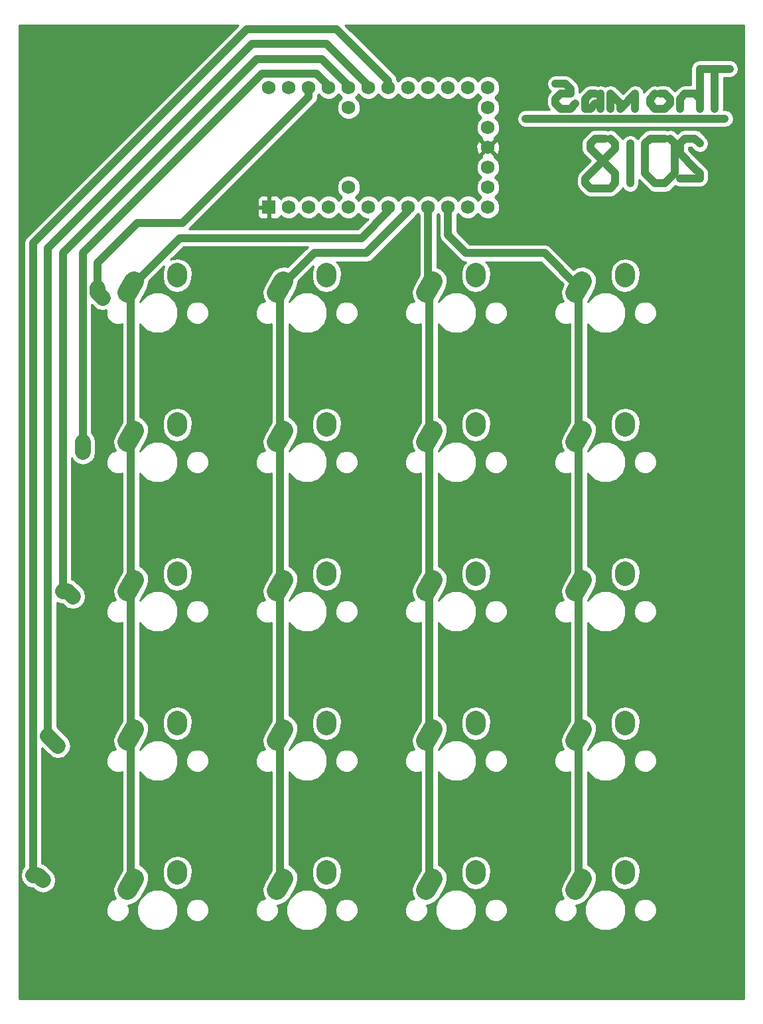
<source format=gbr>
G04 #@! TF.FileFunction,Copper,L2,Bot,Signal*
%FSLAX46Y46*%
G04 Gerber Fmt 4.6, Leading zero omitted, Abs format (unit mm)*
G04 Created by KiCad (PCBNEW 4.0.6) date 02/17/18 19:20:01*
%MOMM*%
%LPD*%
G01*
G04 APERTURE LIST*
%ADD10C,0.100000*%
%ADD11C,2.500000*%
%ADD12R,1.752600X1.752600*%
%ADD13C,1.752600*%
%ADD14C,1.000000*%
%ADD15C,2.000000*%
%ADD16C,0.254000*%
G04 APERTURE END LIST*
D10*
D11*
X136700453Y-59500046D02*
X135889547Y-60959954D01*
X142239724Y-58420672D02*
X142200276Y-58999328D01*
X155750453Y-59500046D02*
X154939547Y-60959954D01*
X161289724Y-58420672D02*
X161250276Y-58999328D01*
X174800453Y-59500046D02*
X173989547Y-60959954D01*
X180339724Y-58420672D02*
X180300276Y-58999328D01*
X193850453Y-59500046D02*
X193039547Y-60959954D01*
X199389724Y-58420672D02*
X199350276Y-58999328D01*
X136700453Y-78550046D02*
X135889547Y-80009954D01*
X142239724Y-77470672D02*
X142200276Y-78049328D01*
X155750453Y-78550046D02*
X154939547Y-80009954D01*
X161289724Y-77470672D02*
X161250276Y-78049328D01*
X174800453Y-78550046D02*
X173989547Y-80009954D01*
X180339724Y-77470672D02*
X180300276Y-78049328D01*
X193850453Y-78550046D02*
X193039547Y-80009954D01*
X199389724Y-77470672D02*
X199350276Y-78049328D01*
X136700453Y-97600046D02*
X135889547Y-99059954D01*
X142239724Y-96520672D02*
X142200276Y-97099328D01*
X155750453Y-97600046D02*
X154939547Y-99059954D01*
X161289724Y-96520672D02*
X161250276Y-97099328D01*
X174800453Y-97600046D02*
X173989547Y-99059954D01*
X180339724Y-96520672D02*
X180300276Y-97099328D01*
X193850453Y-97600046D02*
X193039547Y-99059954D01*
X199389724Y-96520672D02*
X199350276Y-97099328D01*
X136700453Y-116650046D02*
X135889547Y-118109954D01*
X142239724Y-115570672D02*
X142200276Y-116149328D01*
X155750453Y-116650046D02*
X154939547Y-118109954D01*
X161289724Y-115570672D02*
X161250276Y-116149328D01*
X174800453Y-116650046D02*
X173989547Y-118109954D01*
X180339724Y-115570672D02*
X180300276Y-116149328D01*
X193850453Y-116650046D02*
X193039547Y-118109954D01*
X199389724Y-115570672D02*
X199350276Y-116149328D01*
X136700453Y-135700046D02*
X135889547Y-137159954D01*
X142239724Y-134620672D02*
X142200276Y-135199328D01*
X155750453Y-135700046D02*
X154939547Y-137159954D01*
X161289724Y-134620672D02*
X161250276Y-135199328D01*
X174800453Y-135700046D02*
X173989547Y-137159954D01*
X180339724Y-134620672D02*
X180300276Y-135199328D01*
X193850453Y-135700046D02*
X193039547Y-137159954D01*
X199389724Y-134620672D02*
X199350276Y-135199328D01*
D12*
X153924000Y-50038000D03*
D13*
X156464000Y-50038000D03*
X159004000Y-50038000D03*
X161544000Y-50038000D03*
X164084000Y-50038000D03*
X166624000Y-50038000D03*
X169164000Y-50038000D03*
X171704000Y-50038000D03*
X174244000Y-50038000D03*
X176784000Y-50038000D03*
X179324000Y-50038000D03*
X181864000Y-50038000D03*
X181864000Y-47498000D03*
X181864000Y-44958000D03*
X181864000Y-42418000D03*
X181864000Y-39878000D03*
X181864000Y-37338000D03*
X181864000Y-34798000D03*
X179324000Y-34798000D03*
X176784000Y-34798000D03*
X174244000Y-34798000D03*
X171704000Y-34798000D03*
X169164000Y-34798000D03*
X166624000Y-34798000D03*
X164084000Y-34798000D03*
X161544000Y-34798000D03*
X159004000Y-34798000D03*
X156464000Y-34798000D03*
X153924000Y-34798000D03*
X164084000Y-37338000D03*
X164084000Y-47498000D03*
D14*
X196850000Y-41275000D02*
X195580000Y-41275000D01*
X198120000Y-41910000D02*
X197485000Y-41275000D01*
X198120000Y-42545000D02*
X198120000Y-41910000D01*
X194310000Y-46355000D02*
X198120000Y-42545000D01*
X194310000Y-46990000D02*
X194310000Y-46355000D01*
X194945000Y-47625000D02*
X194310000Y-46990000D01*
X197485000Y-47625000D02*
X194945000Y-47625000D01*
X198120000Y-46990000D02*
X197485000Y-47625000D01*
X198120000Y-45720000D02*
X198120000Y-46990000D01*
X194945000Y-42545000D02*
X198120000Y-45720000D01*
X194945000Y-41910000D02*
X194945000Y-42545000D01*
X195580000Y-41275000D02*
X194945000Y-41910000D01*
X200025000Y-41910000D02*
X200025000Y-46990000D01*
X204470000Y-41275000D02*
X202565000Y-41275000D01*
X205740000Y-41910000D02*
X205105000Y-41275000D01*
X205740000Y-45720000D02*
X205740000Y-41910000D01*
X204470000Y-46990000D02*
X205740000Y-45720000D01*
X203200000Y-46990000D02*
X204470000Y-46990000D01*
X201930000Y-45720000D02*
X203200000Y-46990000D01*
X201930000Y-41910000D02*
X201930000Y-45720000D01*
X202565000Y-41275000D02*
X201930000Y-41910000D01*
X208915000Y-41910000D02*
X208280000Y-41275000D01*
X208915000Y-46355000D02*
X206375000Y-46355000D01*
X208915000Y-45720000D02*
X208915000Y-46355000D01*
X208280000Y-45085000D02*
X208915000Y-45720000D01*
X206375000Y-43180000D02*
X208280000Y-45085000D01*
X206375000Y-41910000D02*
X206375000Y-43180000D01*
X207010000Y-41275000D02*
X206375000Y-41910000D01*
X208280000Y-41275000D02*
X207010000Y-41275000D01*
X190500000Y-34290000D02*
X191770000Y-34290000D01*
X192405000Y-37465000D02*
X193040000Y-36830000D01*
X191770000Y-37465000D02*
X192405000Y-37465000D01*
X191135000Y-37465000D02*
X191770000Y-37465000D01*
X190500000Y-36830000D02*
X191135000Y-37465000D01*
X190500000Y-36195000D02*
X190500000Y-36830000D01*
X191135000Y-35560000D02*
X190500000Y-36195000D01*
X191770000Y-35560000D02*
X191135000Y-35560000D01*
X192405000Y-35560000D02*
X191770000Y-35560000D01*
X192405000Y-34925000D02*
X192405000Y-35560000D01*
X191770000Y-34290000D02*
X192405000Y-34925000D01*
X195580000Y-35560000D02*
X194945000Y-35560000D01*
X194945000Y-37465000D02*
X195580000Y-36830000D01*
X194310000Y-37465000D02*
X194945000Y-37465000D01*
X194310000Y-36195000D02*
X194310000Y-37465000D01*
X194945000Y-35560000D02*
X194310000Y-36195000D01*
X196215000Y-35560000D02*
X196215000Y-37465000D01*
X200660000Y-37465000D02*
X200660000Y-35560000D01*
X197485000Y-35560000D02*
X197485000Y-37465000D01*
X198755000Y-36830000D02*
X197485000Y-35560000D01*
X198755000Y-37465000D02*
X198755000Y-36830000D01*
X200660000Y-35560000D02*
X198755000Y-37465000D01*
X203835000Y-35560000D02*
X204470000Y-35560000D01*
X202565000Y-36195000D02*
X203200000Y-35560000D01*
X202565000Y-36830000D02*
X202565000Y-36195000D01*
X203200000Y-37465000D02*
X202565000Y-36830000D01*
X204470000Y-37465000D02*
X203200000Y-37465000D01*
X205105000Y-36830000D02*
X204470000Y-37465000D01*
X205105000Y-36195000D02*
X205105000Y-36830000D01*
X204470000Y-35560000D02*
X205105000Y-36195000D01*
X208915000Y-37465000D02*
X208915000Y-36195000D01*
X212725000Y-32385000D02*
X208915000Y-32385000D01*
X208915000Y-37465000D02*
X208915000Y-32385000D01*
X206375000Y-36195000D02*
X206375000Y-37465000D01*
X207010000Y-35560000D02*
X206375000Y-36195000D01*
X208280000Y-35560000D02*
X207010000Y-35560000D01*
X208915000Y-36195000D02*
X208280000Y-35560000D01*
X210820000Y-32385000D02*
X210820000Y-37465000D01*
X212090000Y-38735000D02*
X186690000Y-38735000D01*
X136295000Y-117380000D02*
X136295000Y-136430000D01*
X136295000Y-98330000D02*
X136295000Y-117380000D01*
X136295000Y-79280000D02*
X136295000Y-98330000D01*
X136295000Y-60230000D02*
X136295000Y-79280000D01*
X169164000Y-50038000D02*
X169164000Y-50546000D01*
X169164000Y-50546000D02*
X165735000Y-53975000D01*
X165735000Y-53975000D02*
X142550000Y-53975000D01*
X142550000Y-53975000D02*
X136295000Y-60230000D01*
X155345000Y-117380000D02*
X155345000Y-136430000D01*
X155345000Y-98330000D02*
X155345000Y-117380000D01*
X155345000Y-79280000D02*
X155345000Y-98330000D01*
X155345000Y-60230000D02*
X155345000Y-79280000D01*
X171704000Y-50038000D02*
X171704000Y-50546000D01*
X171704000Y-50546000D02*
X166370000Y-55880000D01*
X166370000Y-55880000D02*
X159695000Y-55880000D01*
X159695000Y-55880000D02*
X155345000Y-60230000D01*
X174395000Y-117380000D02*
X174395000Y-136430000D01*
X174395000Y-98330000D02*
X174395000Y-117380000D01*
X174395000Y-79280000D02*
X174395000Y-98330000D01*
X174395000Y-60230000D02*
X174395000Y-79280000D01*
X174244000Y-50038000D02*
X174244000Y-60079000D01*
X174244000Y-60079000D02*
X174395000Y-60230000D01*
X193445000Y-117380000D02*
X193445000Y-136430000D01*
X193445000Y-98330000D02*
X193445000Y-117380000D01*
X193445000Y-79280000D02*
X193445000Y-98330000D01*
X193445000Y-60230000D02*
X193445000Y-79280000D01*
X176784000Y-50038000D02*
X176784000Y-53594000D01*
X189095000Y-55880000D02*
X193445000Y-60230000D01*
X179070000Y-55880000D02*
X189095000Y-55880000D01*
X176784000Y-53594000D02*
X179070000Y-55880000D01*
D15*
X123825000Y-135255000D02*
X124460000Y-135255000D01*
D14*
X169164000Y-33909000D02*
X162560000Y-27305000D01*
X162560000Y-27305000D02*
X151130000Y-27305000D01*
X151130000Y-27305000D02*
X123825000Y-54610000D01*
X123825000Y-54610000D02*
X123825000Y-135255000D01*
X169164000Y-34798000D02*
X169164000Y-33909000D01*
D15*
X124460000Y-135255000D02*
X125095000Y-135890000D01*
X125730000Y-117475000D02*
X127000000Y-118745000D01*
D14*
X166624000Y-34798000D02*
X166624000Y-34544000D01*
X166624000Y-34544000D02*
X161290000Y-29210000D01*
X161290000Y-29210000D02*
X151765000Y-29210000D01*
X151765000Y-29210000D02*
X125730000Y-55245000D01*
X125730000Y-55245000D02*
X125730000Y-117475000D01*
X125730000Y-117475000D02*
X125730000Y-118110000D01*
D15*
X127635000Y-99060000D02*
X128270000Y-99060000D01*
D14*
X127635000Y-55880000D02*
X127635000Y-99060000D01*
X152400000Y-31115000D02*
X127635000Y-55880000D01*
X160655000Y-31115000D02*
X152400000Y-31115000D01*
X164084000Y-34544000D02*
X160655000Y-31115000D01*
D15*
X128270000Y-99060000D02*
X128905000Y-99695000D01*
D14*
X164084000Y-34798000D02*
X164084000Y-34544000D01*
D15*
X130175000Y-81280000D02*
X130175000Y-80010000D01*
D14*
X130175000Y-55880000D02*
X130175000Y-80010000D01*
X153035000Y-33020000D02*
X130175000Y-55880000D01*
X160020000Y-33020000D02*
X153035000Y-33020000D01*
X160020000Y-33020000D02*
X161544000Y-34544000D01*
X161544000Y-34798000D02*
X161544000Y-34544000D01*
D15*
X132080000Y-60325000D02*
X132080000Y-60960000D01*
D14*
X159004000Y-35941000D02*
X142875000Y-52070000D01*
X142875000Y-52070000D02*
X137160000Y-52070000D01*
X137160000Y-52070000D02*
X132080000Y-57150000D01*
X132080000Y-57150000D02*
X132080000Y-60325000D01*
X159004000Y-34798000D02*
X159004000Y-35941000D01*
D15*
X132080000Y-60960000D02*
X132715000Y-61595000D01*
D16*
G36*
X123022434Y-53807434D02*
X122776397Y-54175654D01*
X122690000Y-54610000D01*
X122690000Y-134084768D01*
X122668880Y-134098880D01*
X122314457Y-134629313D01*
X122190000Y-135255000D01*
X122314457Y-135880687D01*
X122668880Y-136411120D01*
X123199313Y-136765543D01*
X123772273Y-136879512D01*
X123938881Y-137046120D01*
X124469313Y-137400543D01*
X125095000Y-137525001D01*
X125720688Y-137400543D01*
X126251120Y-137046120D01*
X126605543Y-136515688D01*
X126730001Y-135890000D01*
X126605543Y-135264313D01*
X126251120Y-134733881D01*
X125616120Y-134098880D01*
X125085688Y-133744457D01*
X124960000Y-133719456D01*
X124960000Y-119017240D01*
X125843880Y-119901119D01*
X126374312Y-120255543D01*
X127000000Y-120380000D01*
X127625688Y-120255543D01*
X128156119Y-119901119D01*
X128510543Y-119370688D01*
X128635000Y-118745000D01*
X128510543Y-118119312D01*
X128156119Y-117588880D01*
X126886120Y-116318880D01*
X126865000Y-116304768D01*
X126865000Y-100474116D01*
X127009313Y-100570543D01*
X127582273Y-100684512D01*
X127748881Y-100851120D01*
X128279313Y-101205543D01*
X128905000Y-101330001D01*
X129530688Y-101205543D01*
X130061120Y-100851120D01*
X130415543Y-100320688D01*
X130540001Y-99695000D01*
X130415543Y-99069313D01*
X130061120Y-98538881D01*
X129426120Y-97903880D01*
X128895688Y-97549457D01*
X128770000Y-97524456D01*
X128770000Y-82063644D01*
X129018880Y-82436120D01*
X129549313Y-82790543D01*
X130175000Y-82915000D01*
X130800687Y-82790543D01*
X131331120Y-82436120D01*
X131685543Y-81905687D01*
X131810000Y-81280000D01*
X131810000Y-80010000D01*
X131685543Y-79384313D01*
X131331120Y-78853880D01*
X131310000Y-78839768D01*
X131310000Y-62502239D01*
X131558881Y-62751120D01*
X132089313Y-63105543D01*
X132715000Y-63230001D01*
X133159956Y-63141493D01*
X133134358Y-63203139D01*
X133133842Y-63794267D01*
X133359580Y-64340595D01*
X133777206Y-64758951D01*
X134323139Y-64985642D01*
X134914267Y-64986158D01*
X135160000Y-64884623D01*
X135160000Y-77492018D01*
X135078467Y-77588158D01*
X134215812Y-79141234D01*
X133990976Y-79841516D01*
X134051242Y-80574533D01*
X134306744Y-81071688D01*
X133779405Y-81289580D01*
X133361049Y-81707206D01*
X133134358Y-82253139D01*
X133133842Y-82844267D01*
X133359580Y-83390595D01*
X133777206Y-83808951D01*
X134323139Y-84035642D01*
X134914267Y-84036158D01*
X135160000Y-83934623D01*
X135160000Y-96542018D01*
X135078467Y-96638158D01*
X134215812Y-98191234D01*
X133990976Y-98891516D01*
X134051242Y-99624533D01*
X134306744Y-100121688D01*
X133779405Y-100339580D01*
X133361049Y-100757206D01*
X133134358Y-101303139D01*
X133133842Y-101894267D01*
X133359580Y-102440595D01*
X133777206Y-102858951D01*
X134323139Y-103085642D01*
X134914267Y-103086158D01*
X135160000Y-102984623D01*
X135160000Y-115592018D01*
X135078467Y-115688158D01*
X134215812Y-117241234D01*
X133990976Y-117941516D01*
X134051242Y-118674533D01*
X134306744Y-119171688D01*
X133779405Y-119389580D01*
X133361049Y-119807206D01*
X133134358Y-120353139D01*
X133133842Y-120944267D01*
X133359580Y-121490595D01*
X133777206Y-121908951D01*
X134323139Y-122135642D01*
X134914267Y-122136158D01*
X135160000Y-122034623D01*
X135160000Y-134642018D01*
X135078467Y-134738158D01*
X134215812Y-136291234D01*
X133990976Y-136991516D01*
X134051242Y-137724533D01*
X134306744Y-138221688D01*
X133779405Y-138439580D01*
X133361049Y-138857206D01*
X133134358Y-139403139D01*
X133133842Y-139994267D01*
X133359580Y-140540595D01*
X133777206Y-140958951D01*
X134323139Y-141185642D01*
X134914267Y-141186158D01*
X135460595Y-140960420D01*
X135878951Y-140542794D01*
X136012726Y-140220626D01*
X137070645Y-140220626D01*
X137470028Y-141187207D01*
X138208904Y-141927373D01*
X139174785Y-142328442D01*
X140220626Y-142329355D01*
X141187207Y-141929972D01*
X141927373Y-141191096D01*
X142328442Y-140225215D01*
X142328643Y-139994267D01*
X143293842Y-139994267D01*
X143519580Y-140540595D01*
X143937206Y-140958951D01*
X144483139Y-141185642D01*
X145074267Y-141186158D01*
X145620595Y-140960420D01*
X146038951Y-140542794D01*
X146265642Y-139996861D01*
X146266158Y-139405733D01*
X146040420Y-138859405D01*
X145622794Y-138441049D01*
X145076861Y-138214358D01*
X144485733Y-138213842D01*
X143939405Y-138439580D01*
X143521049Y-138857206D01*
X143294358Y-139403139D01*
X143293842Y-139994267D01*
X142328643Y-139994267D01*
X142329355Y-139179374D01*
X141929972Y-138212793D01*
X141191096Y-137472627D01*
X140225215Y-137071558D01*
X139179374Y-137070645D01*
X138212793Y-137470028D01*
X137472627Y-138208904D01*
X137071558Y-139174785D01*
X137070645Y-140220626D01*
X136012726Y-140220626D01*
X136105642Y-139996861D01*
X136106158Y-139405733D01*
X135960652Y-139053582D01*
X136381667Y-139018968D01*
X137035825Y-138682777D01*
X137511532Y-138121842D01*
X138374188Y-136568766D01*
X138599024Y-135868484D01*
X138538758Y-135135467D01*
X138527536Y-135113630D01*
X140316742Y-135113630D01*
X140410833Y-135843077D01*
X140776909Y-136480992D01*
X141359238Y-136930257D01*
X142069166Y-137122476D01*
X142798613Y-137028385D01*
X143436528Y-136662309D01*
X143885793Y-136079980D01*
X144078012Y-135370052D01*
X144123258Y-134706369D01*
X144029167Y-133976922D01*
X143663091Y-133339008D01*
X143080762Y-132889743D01*
X142370834Y-132697524D01*
X141641387Y-132791614D01*
X141003472Y-133157691D01*
X140554207Y-133740020D01*
X140361988Y-134449948D01*
X140316742Y-135113630D01*
X138527536Y-135113630D01*
X138202567Y-134481309D01*
X137641632Y-134005602D01*
X137430000Y-133937654D01*
X137430000Y-122040332D01*
X137470028Y-122137207D01*
X138208904Y-122877373D01*
X139174785Y-123278442D01*
X140220626Y-123279355D01*
X141187207Y-122879972D01*
X141927373Y-122141096D01*
X142328442Y-121175215D01*
X142328643Y-120944267D01*
X143293842Y-120944267D01*
X143519580Y-121490595D01*
X143937206Y-121908951D01*
X144483139Y-122135642D01*
X145074267Y-122136158D01*
X145620595Y-121910420D01*
X146038951Y-121492794D01*
X146265642Y-120946861D01*
X146266158Y-120355733D01*
X146040420Y-119809405D01*
X145622794Y-119391049D01*
X145076861Y-119164358D01*
X144485733Y-119163842D01*
X143939405Y-119389580D01*
X143521049Y-119807206D01*
X143294358Y-120353139D01*
X143293842Y-120944267D01*
X142328643Y-120944267D01*
X142329355Y-120129374D01*
X141929972Y-119162793D01*
X141191096Y-118422627D01*
X140225215Y-118021558D01*
X139179374Y-118020645D01*
X138212793Y-118420028D01*
X137472627Y-119158904D01*
X137430000Y-119261561D01*
X137430000Y-119167981D01*
X137511532Y-119071842D01*
X138374188Y-117518766D01*
X138599024Y-116818484D01*
X138538758Y-116085467D01*
X138527536Y-116063630D01*
X140316742Y-116063630D01*
X140410833Y-116793077D01*
X140776909Y-117430992D01*
X141359238Y-117880257D01*
X142069166Y-118072476D01*
X142798613Y-117978385D01*
X143436528Y-117612309D01*
X143885793Y-117029980D01*
X144078012Y-116320052D01*
X144123258Y-115656369D01*
X144029167Y-114926922D01*
X143663091Y-114289008D01*
X143080762Y-113839743D01*
X142370834Y-113647524D01*
X141641387Y-113741614D01*
X141003472Y-114107691D01*
X140554207Y-114690020D01*
X140361988Y-115399948D01*
X140316742Y-116063630D01*
X138527536Y-116063630D01*
X138202567Y-115431309D01*
X137641632Y-114955602D01*
X137430000Y-114887654D01*
X137430000Y-102990332D01*
X137470028Y-103087207D01*
X138208904Y-103827373D01*
X139174785Y-104228442D01*
X140220626Y-104229355D01*
X141187207Y-103829972D01*
X141927373Y-103091096D01*
X142328442Y-102125215D01*
X142328643Y-101894267D01*
X143293842Y-101894267D01*
X143519580Y-102440595D01*
X143937206Y-102858951D01*
X144483139Y-103085642D01*
X145074267Y-103086158D01*
X145620595Y-102860420D01*
X146038951Y-102442794D01*
X146265642Y-101896861D01*
X146266158Y-101305733D01*
X146040420Y-100759405D01*
X145622794Y-100341049D01*
X145076861Y-100114358D01*
X144485733Y-100113842D01*
X143939405Y-100339580D01*
X143521049Y-100757206D01*
X143294358Y-101303139D01*
X143293842Y-101894267D01*
X142328643Y-101894267D01*
X142329355Y-101079374D01*
X141929972Y-100112793D01*
X141191096Y-99372627D01*
X140225215Y-98971558D01*
X139179374Y-98970645D01*
X138212793Y-99370028D01*
X137472627Y-100108904D01*
X137430000Y-100211561D01*
X137430000Y-100117981D01*
X137511532Y-100021842D01*
X138374188Y-98468766D01*
X138599024Y-97768484D01*
X138538758Y-97035467D01*
X138527536Y-97013630D01*
X140316742Y-97013630D01*
X140410833Y-97743077D01*
X140776909Y-98380992D01*
X141359238Y-98830257D01*
X142069166Y-99022476D01*
X142798613Y-98928385D01*
X143436528Y-98562309D01*
X143885793Y-97979980D01*
X144078012Y-97270052D01*
X144123258Y-96606369D01*
X144029167Y-95876922D01*
X143663091Y-95239008D01*
X143080762Y-94789743D01*
X142370834Y-94597524D01*
X141641387Y-94691614D01*
X141003472Y-95057691D01*
X140554207Y-95640020D01*
X140361988Y-96349948D01*
X140316742Y-97013630D01*
X138527536Y-97013630D01*
X138202567Y-96381309D01*
X137641632Y-95905602D01*
X137430000Y-95837654D01*
X137430000Y-83940332D01*
X137470028Y-84037207D01*
X138208904Y-84777373D01*
X139174785Y-85178442D01*
X140220626Y-85179355D01*
X141187207Y-84779972D01*
X141927373Y-84041096D01*
X142328442Y-83075215D01*
X142328643Y-82844267D01*
X143293842Y-82844267D01*
X143519580Y-83390595D01*
X143937206Y-83808951D01*
X144483139Y-84035642D01*
X145074267Y-84036158D01*
X145620595Y-83810420D01*
X146038951Y-83392794D01*
X146265642Y-82846861D01*
X146266158Y-82255733D01*
X146040420Y-81709405D01*
X145622794Y-81291049D01*
X145076861Y-81064358D01*
X144485733Y-81063842D01*
X143939405Y-81289580D01*
X143521049Y-81707206D01*
X143294358Y-82253139D01*
X143293842Y-82844267D01*
X142328643Y-82844267D01*
X142329355Y-82029374D01*
X141929972Y-81062793D01*
X141191096Y-80322627D01*
X140225215Y-79921558D01*
X139179374Y-79920645D01*
X138212793Y-80320028D01*
X137472627Y-81058904D01*
X137430000Y-81161561D01*
X137430000Y-81067981D01*
X137511532Y-80971842D01*
X138374188Y-79418766D01*
X138599024Y-78718484D01*
X138538758Y-77985467D01*
X138527536Y-77963630D01*
X140316742Y-77963630D01*
X140410833Y-78693077D01*
X140776909Y-79330992D01*
X141359238Y-79780257D01*
X142069166Y-79972476D01*
X142798613Y-79878385D01*
X143436528Y-79512309D01*
X143885793Y-78929980D01*
X144078012Y-78220052D01*
X144123258Y-77556369D01*
X144029167Y-76826922D01*
X143663091Y-76189008D01*
X143080762Y-75739743D01*
X142370834Y-75547524D01*
X141641387Y-75641614D01*
X141003472Y-76007691D01*
X140554207Y-76590020D01*
X140361988Y-77299948D01*
X140316742Y-77963630D01*
X138527536Y-77963630D01*
X138202567Y-77331309D01*
X137641632Y-76855602D01*
X137430000Y-76787654D01*
X137430000Y-64890332D01*
X137470028Y-64987207D01*
X138208904Y-65727373D01*
X139174785Y-66128442D01*
X140220626Y-66129355D01*
X141187207Y-65729972D01*
X141927373Y-64991096D01*
X142328442Y-64025215D01*
X142328643Y-63794267D01*
X143293842Y-63794267D01*
X143519580Y-64340595D01*
X143937206Y-64758951D01*
X144483139Y-64985642D01*
X145074267Y-64986158D01*
X145620595Y-64760420D01*
X146038951Y-64342794D01*
X146265642Y-63796861D01*
X146266158Y-63205733D01*
X146040420Y-62659405D01*
X145622794Y-62241049D01*
X145076861Y-62014358D01*
X144485733Y-62013842D01*
X143939405Y-62239580D01*
X143521049Y-62657206D01*
X143294358Y-63203139D01*
X143293842Y-63794267D01*
X142328643Y-63794267D01*
X142329355Y-62979374D01*
X141929972Y-62012793D01*
X141191096Y-61272627D01*
X140225215Y-60871558D01*
X139179374Y-60870645D01*
X138212793Y-61270028D01*
X137472627Y-62008904D01*
X137430000Y-62111561D01*
X137430000Y-62017981D01*
X137511532Y-61921842D01*
X138374188Y-60368766D01*
X138599024Y-59668484D01*
X138588587Y-59541545D01*
X140540876Y-57589256D01*
X140361988Y-58249948D01*
X140316742Y-58913630D01*
X140410833Y-59643077D01*
X140776909Y-60280992D01*
X141359238Y-60730257D01*
X142069166Y-60922476D01*
X142798613Y-60828385D01*
X143436528Y-60462309D01*
X143885793Y-59879980D01*
X144078012Y-59170052D01*
X144123258Y-58506369D01*
X144029167Y-57776922D01*
X143663091Y-57139008D01*
X143080762Y-56689743D01*
X142370834Y-56497524D01*
X141641387Y-56591614D01*
X141399987Y-56730145D01*
X143020132Y-55110000D01*
X158859868Y-55110000D01*
X156292434Y-57677434D01*
X155991350Y-57580766D01*
X155258332Y-57641032D01*
X154604175Y-57977223D01*
X154128467Y-58538158D01*
X153265812Y-60091234D01*
X153040976Y-60791516D01*
X153101242Y-61524533D01*
X153356744Y-62021688D01*
X152829405Y-62239580D01*
X152411049Y-62657206D01*
X152184358Y-63203139D01*
X152183842Y-63794267D01*
X152409580Y-64340595D01*
X152827206Y-64758951D01*
X153373139Y-64985642D01*
X153964267Y-64986158D01*
X154210000Y-64884623D01*
X154210000Y-77492018D01*
X154128467Y-77588158D01*
X153265812Y-79141234D01*
X153040976Y-79841516D01*
X153101242Y-80574533D01*
X153356744Y-81071688D01*
X152829405Y-81289580D01*
X152411049Y-81707206D01*
X152184358Y-82253139D01*
X152183842Y-82844267D01*
X152409580Y-83390595D01*
X152827206Y-83808951D01*
X153373139Y-84035642D01*
X153964267Y-84036158D01*
X154210000Y-83934623D01*
X154210000Y-96542018D01*
X154128467Y-96638158D01*
X153265812Y-98191234D01*
X153040976Y-98891516D01*
X153101242Y-99624533D01*
X153356744Y-100121688D01*
X152829405Y-100339580D01*
X152411049Y-100757206D01*
X152184358Y-101303139D01*
X152183842Y-101894267D01*
X152409580Y-102440595D01*
X152827206Y-102858951D01*
X153373139Y-103085642D01*
X153964267Y-103086158D01*
X154210000Y-102984623D01*
X154210000Y-115592018D01*
X154128467Y-115688158D01*
X153265812Y-117241234D01*
X153040976Y-117941516D01*
X153101242Y-118674533D01*
X153356744Y-119171688D01*
X152829405Y-119389580D01*
X152411049Y-119807206D01*
X152184358Y-120353139D01*
X152183842Y-120944267D01*
X152409580Y-121490595D01*
X152827206Y-121908951D01*
X153373139Y-122135642D01*
X153964267Y-122136158D01*
X154210000Y-122034623D01*
X154210000Y-134642018D01*
X154128467Y-134738158D01*
X153265812Y-136291234D01*
X153040976Y-136991516D01*
X153101242Y-137724533D01*
X153356744Y-138221688D01*
X152829405Y-138439580D01*
X152411049Y-138857206D01*
X152184358Y-139403139D01*
X152183842Y-139994267D01*
X152409580Y-140540595D01*
X152827206Y-140958951D01*
X153373139Y-141185642D01*
X153964267Y-141186158D01*
X154510595Y-140960420D01*
X154928951Y-140542794D01*
X155062726Y-140220626D01*
X156120645Y-140220626D01*
X156520028Y-141187207D01*
X157258904Y-141927373D01*
X158224785Y-142328442D01*
X159270626Y-142329355D01*
X160237207Y-141929972D01*
X160977373Y-141191096D01*
X161378442Y-140225215D01*
X161378643Y-139994267D01*
X162343842Y-139994267D01*
X162569580Y-140540595D01*
X162987206Y-140958951D01*
X163533139Y-141185642D01*
X164124267Y-141186158D01*
X164670595Y-140960420D01*
X165088951Y-140542794D01*
X165315642Y-139996861D01*
X165316158Y-139405733D01*
X165090420Y-138859405D01*
X164672794Y-138441049D01*
X164126861Y-138214358D01*
X163535733Y-138213842D01*
X162989405Y-138439580D01*
X162571049Y-138857206D01*
X162344358Y-139403139D01*
X162343842Y-139994267D01*
X161378643Y-139994267D01*
X161379355Y-139179374D01*
X160979972Y-138212793D01*
X160241096Y-137472627D01*
X159275215Y-137071558D01*
X158229374Y-137070645D01*
X157262793Y-137470028D01*
X156522627Y-138208904D01*
X156121558Y-139174785D01*
X156120645Y-140220626D01*
X155062726Y-140220626D01*
X155155642Y-139996861D01*
X155156158Y-139405733D01*
X155010652Y-139053582D01*
X155431667Y-139018968D01*
X156085825Y-138682777D01*
X156561532Y-138121842D01*
X157424188Y-136568766D01*
X157649024Y-135868484D01*
X157588758Y-135135467D01*
X157577536Y-135113630D01*
X159366742Y-135113630D01*
X159460833Y-135843077D01*
X159826909Y-136480992D01*
X160409238Y-136930257D01*
X161119166Y-137122476D01*
X161848613Y-137028385D01*
X162486528Y-136662309D01*
X162935793Y-136079980D01*
X163128012Y-135370052D01*
X163173258Y-134706369D01*
X163079167Y-133976922D01*
X162713091Y-133339008D01*
X162130762Y-132889743D01*
X161420834Y-132697524D01*
X160691387Y-132791614D01*
X160053472Y-133157691D01*
X159604207Y-133740020D01*
X159411988Y-134449948D01*
X159366742Y-135113630D01*
X157577536Y-135113630D01*
X157252567Y-134481309D01*
X156691632Y-134005602D01*
X156480000Y-133937654D01*
X156480000Y-122040332D01*
X156520028Y-122137207D01*
X157258904Y-122877373D01*
X158224785Y-123278442D01*
X159270626Y-123279355D01*
X160237207Y-122879972D01*
X160977373Y-122141096D01*
X161378442Y-121175215D01*
X161378643Y-120944267D01*
X162343842Y-120944267D01*
X162569580Y-121490595D01*
X162987206Y-121908951D01*
X163533139Y-122135642D01*
X164124267Y-122136158D01*
X164670595Y-121910420D01*
X165088951Y-121492794D01*
X165315642Y-120946861D01*
X165316158Y-120355733D01*
X165090420Y-119809405D01*
X164672794Y-119391049D01*
X164126861Y-119164358D01*
X163535733Y-119163842D01*
X162989405Y-119389580D01*
X162571049Y-119807206D01*
X162344358Y-120353139D01*
X162343842Y-120944267D01*
X161378643Y-120944267D01*
X161379355Y-120129374D01*
X160979972Y-119162793D01*
X160241096Y-118422627D01*
X159275215Y-118021558D01*
X158229374Y-118020645D01*
X157262793Y-118420028D01*
X156522627Y-119158904D01*
X156480000Y-119261561D01*
X156480000Y-119167981D01*
X156561532Y-119071842D01*
X157424188Y-117518766D01*
X157649024Y-116818484D01*
X157588758Y-116085467D01*
X157577536Y-116063630D01*
X159366742Y-116063630D01*
X159460833Y-116793077D01*
X159826909Y-117430992D01*
X160409238Y-117880257D01*
X161119166Y-118072476D01*
X161848613Y-117978385D01*
X162486528Y-117612309D01*
X162935793Y-117029980D01*
X163128012Y-116320052D01*
X163173258Y-115656369D01*
X163079167Y-114926922D01*
X162713091Y-114289008D01*
X162130762Y-113839743D01*
X161420834Y-113647524D01*
X160691387Y-113741614D01*
X160053472Y-114107691D01*
X159604207Y-114690020D01*
X159411988Y-115399948D01*
X159366742Y-116063630D01*
X157577536Y-116063630D01*
X157252567Y-115431309D01*
X156691632Y-114955602D01*
X156480000Y-114887654D01*
X156480000Y-102990332D01*
X156520028Y-103087207D01*
X157258904Y-103827373D01*
X158224785Y-104228442D01*
X159270626Y-104229355D01*
X160237207Y-103829972D01*
X160977373Y-103091096D01*
X161378442Y-102125215D01*
X161378643Y-101894267D01*
X162343842Y-101894267D01*
X162569580Y-102440595D01*
X162987206Y-102858951D01*
X163533139Y-103085642D01*
X164124267Y-103086158D01*
X164670595Y-102860420D01*
X165088951Y-102442794D01*
X165315642Y-101896861D01*
X165316158Y-101305733D01*
X165090420Y-100759405D01*
X164672794Y-100341049D01*
X164126861Y-100114358D01*
X163535733Y-100113842D01*
X162989405Y-100339580D01*
X162571049Y-100757206D01*
X162344358Y-101303139D01*
X162343842Y-101894267D01*
X161378643Y-101894267D01*
X161379355Y-101079374D01*
X160979972Y-100112793D01*
X160241096Y-99372627D01*
X159275215Y-98971558D01*
X158229374Y-98970645D01*
X157262793Y-99370028D01*
X156522627Y-100108904D01*
X156480000Y-100211561D01*
X156480000Y-100117981D01*
X156561532Y-100021842D01*
X157424188Y-98468766D01*
X157649024Y-97768484D01*
X157588758Y-97035467D01*
X157577536Y-97013630D01*
X159366742Y-97013630D01*
X159460833Y-97743077D01*
X159826909Y-98380992D01*
X160409238Y-98830257D01*
X161119166Y-99022476D01*
X161848613Y-98928385D01*
X162486528Y-98562309D01*
X162935793Y-97979980D01*
X163128012Y-97270052D01*
X163173258Y-96606369D01*
X163079167Y-95876922D01*
X162713091Y-95239008D01*
X162130762Y-94789743D01*
X161420834Y-94597524D01*
X160691387Y-94691614D01*
X160053472Y-95057691D01*
X159604207Y-95640020D01*
X159411988Y-96349948D01*
X159366742Y-97013630D01*
X157577536Y-97013630D01*
X157252567Y-96381309D01*
X156691632Y-95905602D01*
X156480000Y-95837654D01*
X156480000Y-83940332D01*
X156520028Y-84037207D01*
X157258904Y-84777373D01*
X158224785Y-85178442D01*
X159270626Y-85179355D01*
X160237207Y-84779972D01*
X160977373Y-84041096D01*
X161378442Y-83075215D01*
X161378643Y-82844267D01*
X162343842Y-82844267D01*
X162569580Y-83390595D01*
X162987206Y-83808951D01*
X163533139Y-84035642D01*
X164124267Y-84036158D01*
X164670595Y-83810420D01*
X165088951Y-83392794D01*
X165315642Y-82846861D01*
X165316158Y-82255733D01*
X165090420Y-81709405D01*
X164672794Y-81291049D01*
X164126861Y-81064358D01*
X163535733Y-81063842D01*
X162989405Y-81289580D01*
X162571049Y-81707206D01*
X162344358Y-82253139D01*
X162343842Y-82844267D01*
X161378643Y-82844267D01*
X161379355Y-82029374D01*
X160979972Y-81062793D01*
X160241096Y-80322627D01*
X159275215Y-79921558D01*
X158229374Y-79920645D01*
X157262793Y-80320028D01*
X156522627Y-81058904D01*
X156480000Y-81161561D01*
X156480000Y-81067981D01*
X156561532Y-80971842D01*
X157424188Y-79418766D01*
X157649024Y-78718484D01*
X157588758Y-77985467D01*
X157577536Y-77963630D01*
X159366742Y-77963630D01*
X159460833Y-78693077D01*
X159826909Y-79330992D01*
X160409238Y-79780257D01*
X161119166Y-79972476D01*
X161848613Y-79878385D01*
X162486528Y-79512309D01*
X162935793Y-78929980D01*
X163128012Y-78220052D01*
X163173258Y-77556369D01*
X163079167Y-76826922D01*
X162713091Y-76189008D01*
X162130762Y-75739743D01*
X161420834Y-75547524D01*
X160691387Y-75641614D01*
X160053472Y-76007691D01*
X159604207Y-76590020D01*
X159411988Y-77299948D01*
X159366742Y-77963630D01*
X157577536Y-77963630D01*
X157252567Y-77331309D01*
X156691632Y-76855602D01*
X156480000Y-76787654D01*
X156480000Y-64890332D01*
X156520028Y-64987207D01*
X157258904Y-65727373D01*
X158224785Y-66128442D01*
X159270626Y-66129355D01*
X160237207Y-65729972D01*
X160977373Y-64991096D01*
X161378442Y-64025215D01*
X161378643Y-63794267D01*
X162343842Y-63794267D01*
X162569580Y-64340595D01*
X162987206Y-64758951D01*
X163533139Y-64985642D01*
X164124267Y-64986158D01*
X164670595Y-64760420D01*
X165088951Y-64342794D01*
X165315642Y-63796861D01*
X165316158Y-63205733D01*
X165090420Y-62659405D01*
X164672794Y-62241049D01*
X164126861Y-62014358D01*
X163535733Y-62013842D01*
X162989405Y-62239580D01*
X162571049Y-62657206D01*
X162344358Y-63203139D01*
X162343842Y-63794267D01*
X161378643Y-63794267D01*
X161379355Y-62979374D01*
X160979972Y-62012793D01*
X160241096Y-61272627D01*
X159275215Y-60871558D01*
X158229374Y-60870645D01*
X157262793Y-61270028D01*
X156522627Y-62008904D01*
X156480000Y-62111561D01*
X156480000Y-62017981D01*
X156561532Y-61921842D01*
X157424188Y-60368766D01*
X157649024Y-59668484D01*
X157638587Y-59541545D01*
X159590876Y-57589256D01*
X159411988Y-58249948D01*
X159366742Y-58913630D01*
X159460833Y-59643077D01*
X159826909Y-60280992D01*
X160409238Y-60730257D01*
X161119166Y-60922476D01*
X161848613Y-60828385D01*
X162486528Y-60462309D01*
X162935793Y-59879980D01*
X163128012Y-59170052D01*
X163173258Y-58506369D01*
X163079167Y-57776922D01*
X162713091Y-57139008D01*
X162552354Y-57015000D01*
X166370000Y-57015000D01*
X166804346Y-56928603D01*
X167172566Y-56682566D01*
X172506566Y-51348566D01*
X172512981Y-51338965D01*
X172558964Y-51319965D01*
X172974351Y-50905302D01*
X173109000Y-51040186D01*
X173109000Y-58663223D01*
X172315812Y-60091234D01*
X172090976Y-60791516D01*
X172151242Y-61524533D01*
X172406744Y-62021688D01*
X171879405Y-62239580D01*
X171461049Y-62657206D01*
X171234358Y-63203139D01*
X171233842Y-63794267D01*
X171459580Y-64340595D01*
X171877206Y-64758951D01*
X172423139Y-64985642D01*
X173014267Y-64986158D01*
X173260000Y-64884623D01*
X173260000Y-77492018D01*
X173178467Y-77588158D01*
X172315812Y-79141234D01*
X172090976Y-79841516D01*
X172151242Y-80574533D01*
X172406744Y-81071688D01*
X171879405Y-81289580D01*
X171461049Y-81707206D01*
X171234358Y-82253139D01*
X171233842Y-82844267D01*
X171459580Y-83390595D01*
X171877206Y-83808951D01*
X172423139Y-84035642D01*
X173014267Y-84036158D01*
X173260000Y-83934623D01*
X173260000Y-96542018D01*
X173178467Y-96638158D01*
X172315812Y-98191234D01*
X172090976Y-98891516D01*
X172151242Y-99624533D01*
X172406744Y-100121688D01*
X171879405Y-100339580D01*
X171461049Y-100757206D01*
X171234358Y-101303139D01*
X171233842Y-101894267D01*
X171459580Y-102440595D01*
X171877206Y-102858951D01*
X172423139Y-103085642D01*
X173014267Y-103086158D01*
X173260000Y-102984623D01*
X173260000Y-115592018D01*
X173178467Y-115688158D01*
X172315812Y-117241234D01*
X172090976Y-117941516D01*
X172151242Y-118674533D01*
X172406744Y-119171688D01*
X171879405Y-119389580D01*
X171461049Y-119807206D01*
X171234358Y-120353139D01*
X171233842Y-120944267D01*
X171459580Y-121490595D01*
X171877206Y-121908951D01*
X172423139Y-122135642D01*
X173014267Y-122136158D01*
X173260000Y-122034623D01*
X173260000Y-134642018D01*
X173178467Y-134738158D01*
X172315812Y-136291234D01*
X172090976Y-136991516D01*
X172151242Y-137724533D01*
X172406744Y-138221688D01*
X171879405Y-138439580D01*
X171461049Y-138857206D01*
X171234358Y-139403139D01*
X171233842Y-139994267D01*
X171459580Y-140540595D01*
X171877206Y-140958951D01*
X172423139Y-141185642D01*
X173014267Y-141186158D01*
X173560595Y-140960420D01*
X173978951Y-140542794D01*
X174112726Y-140220626D01*
X175170645Y-140220626D01*
X175570028Y-141187207D01*
X176308904Y-141927373D01*
X177274785Y-142328442D01*
X178320626Y-142329355D01*
X179287207Y-141929972D01*
X180027373Y-141191096D01*
X180428442Y-140225215D01*
X180428643Y-139994267D01*
X181393842Y-139994267D01*
X181619580Y-140540595D01*
X182037206Y-140958951D01*
X182583139Y-141185642D01*
X183174267Y-141186158D01*
X183720595Y-140960420D01*
X184138951Y-140542794D01*
X184365642Y-139996861D01*
X184366158Y-139405733D01*
X184140420Y-138859405D01*
X183722794Y-138441049D01*
X183176861Y-138214358D01*
X182585733Y-138213842D01*
X182039405Y-138439580D01*
X181621049Y-138857206D01*
X181394358Y-139403139D01*
X181393842Y-139994267D01*
X180428643Y-139994267D01*
X180429355Y-139179374D01*
X180029972Y-138212793D01*
X179291096Y-137472627D01*
X178325215Y-137071558D01*
X177279374Y-137070645D01*
X176312793Y-137470028D01*
X175572627Y-138208904D01*
X175171558Y-139174785D01*
X175170645Y-140220626D01*
X174112726Y-140220626D01*
X174205642Y-139996861D01*
X174206158Y-139405733D01*
X174060652Y-139053582D01*
X174481667Y-139018968D01*
X175135825Y-138682777D01*
X175611532Y-138121842D01*
X176474188Y-136568766D01*
X176699024Y-135868484D01*
X176638758Y-135135467D01*
X176627536Y-135113630D01*
X178416742Y-135113630D01*
X178510833Y-135843077D01*
X178876909Y-136480992D01*
X179459238Y-136930257D01*
X180169166Y-137122476D01*
X180898613Y-137028385D01*
X181536528Y-136662309D01*
X181985793Y-136079980D01*
X182178012Y-135370052D01*
X182223258Y-134706369D01*
X182129167Y-133976922D01*
X181763091Y-133339008D01*
X181180762Y-132889743D01*
X180470834Y-132697524D01*
X179741387Y-132791614D01*
X179103472Y-133157691D01*
X178654207Y-133740020D01*
X178461988Y-134449948D01*
X178416742Y-135113630D01*
X176627536Y-135113630D01*
X176302567Y-134481309D01*
X175741632Y-134005602D01*
X175530000Y-133937654D01*
X175530000Y-122040332D01*
X175570028Y-122137207D01*
X176308904Y-122877373D01*
X177274785Y-123278442D01*
X178320626Y-123279355D01*
X179287207Y-122879972D01*
X180027373Y-122141096D01*
X180428442Y-121175215D01*
X180428643Y-120944267D01*
X181393842Y-120944267D01*
X181619580Y-121490595D01*
X182037206Y-121908951D01*
X182583139Y-122135642D01*
X183174267Y-122136158D01*
X183720595Y-121910420D01*
X184138951Y-121492794D01*
X184365642Y-120946861D01*
X184366158Y-120355733D01*
X184140420Y-119809405D01*
X183722794Y-119391049D01*
X183176861Y-119164358D01*
X182585733Y-119163842D01*
X182039405Y-119389580D01*
X181621049Y-119807206D01*
X181394358Y-120353139D01*
X181393842Y-120944267D01*
X180428643Y-120944267D01*
X180429355Y-120129374D01*
X180029972Y-119162793D01*
X179291096Y-118422627D01*
X178325215Y-118021558D01*
X177279374Y-118020645D01*
X176312793Y-118420028D01*
X175572627Y-119158904D01*
X175530000Y-119261561D01*
X175530000Y-119167981D01*
X175611532Y-119071842D01*
X176474188Y-117518766D01*
X176699024Y-116818484D01*
X176638758Y-116085467D01*
X176627536Y-116063630D01*
X178416742Y-116063630D01*
X178510833Y-116793077D01*
X178876909Y-117430992D01*
X179459238Y-117880257D01*
X180169166Y-118072476D01*
X180898613Y-117978385D01*
X181536528Y-117612309D01*
X181985793Y-117029980D01*
X182178012Y-116320052D01*
X182223258Y-115656369D01*
X182129167Y-114926922D01*
X181763091Y-114289008D01*
X181180762Y-113839743D01*
X180470834Y-113647524D01*
X179741387Y-113741614D01*
X179103472Y-114107691D01*
X178654207Y-114690020D01*
X178461988Y-115399948D01*
X178416742Y-116063630D01*
X176627536Y-116063630D01*
X176302567Y-115431309D01*
X175741632Y-114955602D01*
X175530000Y-114887654D01*
X175530000Y-102990332D01*
X175570028Y-103087207D01*
X176308904Y-103827373D01*
X177274785Y-104228442D01*
X178320626Y-104229355D01*
X179287207Y-103829972D01*
X180027373Y-103091096D01*
X180428442Y-102125215D01*
X180428643Y-101894267D01*
X181393842Y-101894267D01*
X181619580Y-102440595D01*
X182037206Y-102858951D01*
X182583139Y-103085642D01*
X183174267Y-103086158D01*
X183720595Y-102860420D01*
X184138951Y-102442794D01*
X184365642Y-101896861D01*
X184366158Y-101305733D01*
X184140420Y-100759405D01*
X183722794Y-100341049D01*
X183176861Y-100114358D01*
X182585733Y-100113842D01*
X182039405Y-100339580D01*
X181621049Y-100757206D01*
X181394358Y-101303139D01*
X181393842Y-101894267D01*
X180428643Y-101894267D01*
X180429355Y-101079374D01*
X180029972Y-100112793D01*
X179291096Y-99372627D01*
X178325215Y-98971558D01*
X177279374Y-98970645D01*
X176312793Y-99370028D01*
X175572627Y-100108904D01*
X175530000Y-100211561D01*
X175530000Y-100117981D01*
X175611532Y-100021842D01*
X176474188Y-98468766D01*
X176699024Y-97768484D01*
X176638758Y-97035467D01*
X176627536Y-97013630D01*
X178416742Y-97013630D01*
X178510833Y-97743077D01*
X178876909Y-98380992D01*
X179459238Y-98830257D01*
X180169166Y-99022476D01*
X180898613Y-98928385D01*
X181536528Y-98562309D01*
X181985793Y-97979980D01*
X182178012Y-97270052D01*
X182223258Y-96606369D01*
X182129167Y-95876922D01*
X181763091Y-95239008D01*
X181180762Y-94789743D01*
X180470834Y-94597524D01*
X179741387Y-94691614D01*
X179103472Y-95057691D01*
X178654207Y-95640020D01*
X178461988Y-96349948D01*
X178416742Y-97013630D01*
X176627536Y-97013630D01*
X176302567Y-96381309D01*
X175741632Y-95905602D01*
X175530000Y-95837654D01*
X175530000Y-83940332D01*
X175570028Y-84037207D01*
X176308904Y-84777373D01*
X177274785Y-85178442D01*
X178320626Y-85179355D01*
X179287207Y-84779972D01*
X180027373Y-84041096D01*
X180428442Y-83075215D01*
X180428643Y-82844267D01*
X181393842Y-82844267D01*
X181619580Y-83390595D01*
X182037206Y-83808951D01*
X182583139Y-84035642D01*
X183174267Y-84036158D01*
X183720595Y-83810420D01*
X184138951Y-83392794D01*
X184365642Y-82846861D01*
X184366158Y-82255733D01*
X184140420Y-81709405D01*
X183722794Y-81291049D01*
X183176861Y-81064358D01*
X182585733Y-81063842D01*
X182039405Y-81289580D01*
X181621049Y-81707206D01*
X181394358Y-82253139D01*
X181393842Y-82844267D01*
X180428643Y-82844267D01*
X180429355Y-82029374D01*
X180029972Y-81062793D01*
X179291096Y-80322627D01*
X178325215Y-79921558D01*
X177279374Y-79920645D01*
X176312793Y-80320028D01*
X175572627Y-81058904D01*
X175530000Y-81161561D01*
X175530000Y-81067981D01*
X175611532Y-80971842D01*
X176474188Y-79418766D01*
X176699024Y-78718484D01*
X176638758Y-77985467D01*
X176627536Y-77963630D01*
X178416742Y-77963630D01*
X178510833Y-78693077D01*
X178876909Y-79330992D01*
X179459238Y-79780257D01*
X180169166Y-79972476D01*
X180898613Y-79878385D01*
X181536528Y-79512309D01*
X181985793Y-78929980D01*
X182178012Y-78220052D01*
X182223258Y-77556369D01*
X182129167Y-76826922D01*
X181763091Y-76189008D01*
X181180762Y-75739743D01*
X180470834Y-75547524D01*
X179741387Y-75641614D01*
X179103472Y-76007691D01*
X178654207Y-76590020D01*
X178461988Y-77299948D01*
X178416742Y-77963630D01*
X176627536Y-77963630D01*
X176302567Y-77331309D01*
X175741632Y-76855602D01*
X175530000Y-76787654D01*
X175530000Y-64890332D01*
X175570028Y-64987207D01*
X176308904Y-65727373D01*
X177274785Y-66128442D01*
X178320626Y-66129355D01*
X179287207Y-65729972D01*
X180027373Y-64991096D01*
X180428442Y-64025215D01*
X180428643Y-63794267D01*
X181393842Y-63794267D01*
X181619580Y-64340595D01*
X182037206Y-64758951D01*
X182583139Y-64985642D01*
X183174267Y-64986158D01*
X183720595Y-64760420D01*
X184138951Y-64342794D01*
X184365642Y-63796861D01*
X184366158Y-63205733D01*
X184140420Y-62659405D01*
X183722794Y-62241049D01*
X183176861Y-62014358D01*
X182585733Y-62013842D01*
X182039405Y-62239580D01*
X181621049Y-62657206D01*
X181394358Y-63203139D01*
X181393842Y-63794267D01*
X180428643Y-63794267D01*
X180429355Y-62979374D01*
X180029972Y-62012793D01*
X179291096Y-61272627D01*
X178325215Y-60871558D01*
X177279374Y-60870645D01*
X176312793Y-61270028D01*
X175572627Y-62008904D01*
X175530000Y-62111561D01*
X175530000Y-62017981D01*
X175611532Y-61921842D01*
X176474188Y-60368766D01*
X176699024Y-59668484D01*
X176638758Y-58935467D01*
X176302567Y-58281309D01*
X175741632Y-57805602D01*
X175379000Y-57689174D01*
X175379000Y-51040417D01*
X175514351Y-50905302D01*
X175649000Y-51040186D01*
X175649000Y-53594000D01*
X175735397Y-54028346D01*
X175981434Y-54396566D01*
X178267434Y-56682566D01*
X178635654Y-56928603D01*
X179060687Y-57013148D01*
X178654207Y-57540020D01*
X178461988Y-58249948D01*
X178416742Y-58913630D01*
X178510833Y-59643077D01*
X178876909Y-60280992D01*
X179459238Y-60730257D01*
X180169166Y-60922476D01*
X180898613Y-60828385D01*
X181536528Y-60462309D01*
X181985793Y-59879980D01*
X182178012Y-59170052D01*
X182223258Y-58506369D01*
X182129167Y-57776922D01*
X181763091Y-57139008D01*
X181602354Y-57015000D01*
X188624868Y-57015000D01*
X191485544Y-59875676D01*
X191365812Y-60091234D01*
X191140976Y-60791516D01*
X191201242Y-61524533D01*
X191456744Y-62021688D01*
X190929405Y-62239580D01*
X190511049Y-62657206D01*
X190284358Y-63203139D01*
X190283842Y-63794267D01*
X190509580Y-64340595D01*
X190927206Y-64758951D01*
X191473139Y-64985642D01*
X192064267Y-64986158D01*
X192310000Y-64884623D01*
X192310000Y-77492018D01*
X192228467Y-77588158D01*
X191365812Y-79141234D01*
X191140976Y-79841516D01*
X191201242Y-80574533D01*
X191456744Y-81071688D01*
X190929405Y-81289580D01*
X190511049Y-81707206D01*
X190284358Y-82253139D01*
X190283842Y-82844267D01*
X190509580Y-83390595D01*
X190927206Y-83808951D01*
X191473139Y-84035642D01*
X192064267Y-84036158D01*
X192310000Y-83934623D01*
X192310000Y-96542018D01*
X192228467Y-96638158D01*
X191365812Y-98191234D01*
X191140976Y-98891516D01*
X191201242Y-99624533D01*
X191456744Y-100121688D01*
X190929405Y-100339580D01*
X190511049Y-100757206D01*
X190284358Y-101303139D01*
X190283842Y-101894267D01*
X190509580Y-102440595D01*
X190927206Y-102858951D01*
X191473139Y-103085642D01*
X192064267Y-103086158D01*
X192310000Y-102984623D01*
X192310000Y-115592018D01*
X192228467Y-115688158D01*
X191365812Y-117241234D01*
X191140976Y-117941516D01*
X191201242Y-118674533D01*
X191456744Y-119171688D01*
X190929405Y-119389580D01*
X190511049Y-119807206D01*
X190284358Y-120353139D01*
X190283842Y-120944267D01*
X190509580Y-121490595D01*
X190927206Y-121908951D01*
X191473139Y-122135642D01*
X192064267Y-122136158D01*
X192310000Y-122034623D01*
X192310000Y-134642018D01*
X192228467Y-134738158D01*
X191365812Y-136291234D01*
X191140976Y-136991516D01*
X191201242Y-137724533D01*
X191456744Y-138221688D01*
X190929405Y-138439580D01*
X190511049Y-138857206D01*
X190284358Y-139403139D01*
X190283842Y-139994267D01*
X190509580Y-140540595D01*
X190927206Y-140958951D01*
X191473139Y-141185642D01*
X192064267Y-141186158D01*
X192610595Y-140960420D01*
X193028951Y-140542794D01*
X193162726Y-140220626D01*
X194220645Y-140220626D01*
X194620028Y-141187207D01*
X195358904Y-141927373D01*
X196324785Y-142328442D01*
X197370626Y-142329355D01*
X198337207Y-141929972D01*
X199077373Y-141191096D01*
X199478442Y-140225215D01*
X199478643Y-139994267D01*
X200443842Y-139994267D01*
X200669580Y-140540595D01*
X201087206Y-140958951D01*
X201633139Y-141185642D01*
X202224267Y-141186158D01*
X202770595Y-140960420D01*
X203188951Y-140542794D01*
X203415642Y-139996861D01*
X203416158Y-139405733D01*
X203190420Y-138859405D01*
X202772794Y-138441049D01*
X202226861Y-138214358D01*
X201635733Y-138213842D01*
X201089405Y-138439580D01*
X200671049Y-138857206D01*
X200444358Y-139403139D01*
X200443842Y-139994267D01*
X199478643Y-139994267D01*
X199479355Y-139179374D01*
X199079972Y-138212793D01*
X198341096Y-137472627D01*
X197375215Y-137071558D01*
X196329374Y-137070645D01*
X195362793Y-137470028D01*
X194622627Y-138208904D01*
X194221558Y-139174785D01*
X194220645Y-140220626D01*
X193162726Y-140220626D01*
X193255642Y-139996861D01*
X193256158Y-139405733D01*
X193110652Y-139053582D01*
X193531667Y-139018968D01*
X194185825Y-138682777D01*
X194661532Y-138121842D01*
X195524188Y-136568766D01*
X195749024Y-135868484D01*
X195688758Y-135135467D01*
X195677536Y-135113630D01*
X197466742Y-135113630D01*
X197560833Y-135843077D01*
X197926909Y-136480992D01*
X198509238Y-136930257D01*
X199219166Y-137122476D01*
X199948613Y-137028385D01*
X200586528Y-136662309D01*
X201035793Y-136079980D01*
X201228012Y-135370052D01*
X201273258Y-134706369D01*
X201179167Y-133976922D01*
X200813091Y-133339008D01*
X200230762Y-132889743D01*
X199520834Y-132697524D01*
X198791387Y-132791614D01*
X198153472Y-133157691D01*
X197704207Y-133740020D01*
X197511988Y-134449948D01*
X197466742Y-135113630D01*
X195677536Y-135113630D01*
X195352567Y-134481309D01*
X194791632Y-134005602D01*
X194580000Y-133937654D01*
X194580000Y-122040332D01*
X194620028Y-122137207D01*
X195358904Y-122877373D01*
X196324785Y-123278442D01*
X197370626Y-123279355D01*
X198337207Y-122879972D01*
X199077373Y-122141096D01*
X199478442Y-121175215D01*
X199478643Y-120944267D01*
X200443842Y-120944267D01*
X200669580Y-121490595D01*
X201087206Y-121908951D01*
X201633139Y-122135642D01*
X202224267Y-122136158D01*
X202770595Y-121910420D01*
X203188951Y-121492794D01*
X203415642Y-120946861D01*
X203416158Y-120355733D01*
X203190420Y-119809405D01*
X202772794Y-119391049D01*
X202226861Y-119164358D01*
X201635733Y-119163842D01*
X201089405Y-119389580D01*
X200671049Y-119807206D01*
X200444358Y-120353139D01*
X200443842Y-120944267D01*
X199478643Y-120944267D01*
X199479355Y-120129374D01*
X199079972Y-119162793D01*
X198341096Y-118422627D01*
X197375215Y-118021558D01*
X196329374Y-118020645D01*
X195362793Y-118420028D01*
X194622627Y-119158904D01*
X194580000Y-119261561D01*
X194580000Y-119167981D01*
X194661532Y-119071842D01*
X195524188Y-117518766D01*
X195749024Y-116818484D01*
X195688758Y-116085467D01*
X195677536Y-116063630D01*
X197466742Y-116063630D01*
X197560833Y-116793077D01*
X197926909Y-117430992D01*
X198509238Y-117880257D01*
X199219166Y-118072476D01*
X199948613Y-117978385D01*
X200586528Y-117612309D01*
X201035793Y-117029980D01*
X201228012Y-116320052D01*
X201273258Y-115656369D01*
X201179167Y-114926922D01*
X200813091Y-114289008D01*
X200230762Y-113839743D01*
X199520834Y-113647524D01*
X198791387Y-113741614D01*
X198153472Y-114107691D01*
X197704207Y-114690020D01*
X197511988Y-115399948D01*
X197466742Y-116063630D01*
X195677536Y-116063630D01*
X195352567Y-115431309D01*
X194791632Y-114955602D01*
X194580000Y-114887654D01*
X194580000Y-102990332D01*
X194620028Y-103087207D01*
X195358904Y-103827373D01*
X196324785Y-104228442D01*
X197370626Y-104229355D01*
X198337207Y-103829972D01*
X199077373Y-103091096D01*
X199478442Y-102125215D01*
X199478643Y-101894267D01*
X200443842Y-101894267D01*
X200669580Y-102440595D01*
X201087206Y-102858951D01*
X201633139Y-103085642D01*
X202224267Y-103086158D01*
X202770595Y-102860420D01*
X203188951Y-102442794D01*
X203415642Y-101896861D01*
X203416158Y-101305733D01*
X203190420Y-100759405D01*
X202772794Y-100341049D01*
X202226861Y-100114358D01*
X201635733Y-100113842D01*
X201089405Y-100339580D01*
X200671049Y-100757206D01*
X200444358Y-101303139D01*
X200443842Y-101894267D01*
X199478643Y-101894267D01*
X199479355Y-101079374D01*
X199079972Y-100112793D01*
X198341096Y-99372627D01*
X197375215Y-98971558D01*
X196329374Y-98970645D01*
X195362793Y-99370028D01*
X194622627Y-100108904D01*
X194580000Y-100211561D01*
X194580000Y-100117981D01*
X194661532Y-100021842D01*
X195524188Y-98468766D01*
X195749024Y-97768484D01*
X195688758Y-97035467D01*
X195677536Y-97013630D01*
X197466742Y-97013630D01*
X197560833Y-97743077D01*
X197926909Y-98380992D01*
X198509238Y-98830257D01*
X199219166Y-99022476D01*
X199948613Y-98928385D01*
X200586528Y-98562309D01*
X201035793Y-97979980D01*
X201228012Y-97270052D01*
X201273258Y-96606369D01*
X201179167Y-95876922D01*
X200813091Y-95239008D01*
X200230762Y-94789743D01*
X199520834Y-94597524D01*
X198791387Y-94691614D01*
X198153472Y-95057691D01*
X197704207Y-95640020D01*
X197511988Y-96349948D01*
X197466742Y-97013630D01*
X195677536Y-97013630D01*
X195352567Y-96381309D01*
X194791632Y-95905602D01*
X194580000Y-95837654D01*
X194580000Y-83940332D01*
X194620028Y-84037207D01*
X195358904Y-84777373D01*
X196324785Y-85178442D01*
X197370626Y-85179355D01*
X198337207Y-84779972D01*
X199077373Y-84041096D01*
X199478442Y-83075215D01*
X199478643Y-82844267D01*
X200443842Y-82844267D01*
X200669580Y-83390595D01*
X201087206Y-83808951D01*
X201633139Y-84035642D01*
X202224267Y-84036158D01*
X202770595Y-83810420D01*
X203188951Y-83392794D01*
X203415642Y-82846861D01*
X203416158Y-82255733D01*
X203190420Y-81709405D01*
X202772794Y-81291049D01*
X202226861Y-81064358D01*
X201635733Y-81063842D01*
X201089405Y-81289580D01*
X200671049Y-81707206D01*
X200444358Y-82253139D01*
X200443842Y-82844267D01*
X199478643Y-82844267D01*
X199479355Y-82029374D01*
X199079972Y-81062793D01*
X198341096Y-80322627D01*
X197375215Y-79921558D01*
X196329374Y-79920645D01*
X195362793Y-80320028D01*
X194622627Y-81058904D01*
X194580000Y-81161561D01*
X194580000Y-81067981D01*
X194661532Y-80971842D01*
X195524188Y-79418766D01*
X195749024Y-78718484D01*
X195688758Y-77985467D01*
X195677536Y-77963630D01*
X197466742Y-77963630D01*
X197560833Y-78693077D01*
X197926909Y-79330992D01*
X198509238Y-79780257D01*
X199219166Y-79972476D01*
X199948613Y-79878385D01*
X200586528Y-79512309D01*
X201035793Y-78929980D01*
X201228012Y-78220052D01*
X201273258Y-77556369D01*
X201179167Y-76826922D01*
X200813091Y-76189008D01*
X200230762Y-75739743D01*
X199520834Y-75547524D01*
X198791387Y-75641614D01*
X198153472Y-76007691D01*
X197704207Y-76590020D01*
X197511988Y-77299948D01*
X197466742Y-77963630D01*
X195677536Y-77963630D01*
X195352567Y-77331309D01*
X194791632Y-76855602D01*
X194580000Y-76787654D01*
X194580000Y-64890332D01*
X194620028Y-64987207D01*
X195358904Y-65727373D01*
X196324785Y-66128442D01*
X197370626Y-66129355D01*
X198337207Y-65729972D01*
X199077373Y-64991096D01*
X199478442Y-64025215D01*
X199478643Y-63794267D01*
X200443842Y-63794267D01*
X200669580Y-64340595D01*
X201087206Y-64758951D01*
X201633139Y-64985642D01*
X202224267Y-64986158D01*
X202770595Y-64760420D01*
X203188951Y-64342794D01*
X203415642Y-63796861D01*
X203416158Y-63205733D01*
X203190420Y-62659405D01*
X202772794Y-62241049D01*
X202226861Y-62014358D01*
X201635733Y-62013842D01*
X201089405Y-62239580D01*
X200671049Y-62657206D01*
X200444358Y-63203139D01*
X200443842Y-63794267D01*
X199478643Y-63794267D01*
X199479355Y-62979374D01*
X199079972Y-62012793D01*
X198341096Y-61272627D01*
X197375215Y-60871558D01*
X196329374Y-60870645D01*
X195362793Y-61270028D01*
X194622627Y-62008904D01*
X194580000Y-62111561D01*
X194580000Y-62017981D01*
X194661532Y-61921842D01*
X195524188Y-60368766D01*
X195749024Y-59668484D01*
X195688758Y-58935467D01*
X195677536Y-58913630D01*
X197466742Y-58913630D01*
X197560833Y-59643077D01*
X197926909Y-60280992D01*
X198509238Y-60730257D01*
X199219166Y-60922476D01*
X199948613Y-60828385D01*
X200586528Y-60462309D01*
X201035793Y-59879980D01*
X201228012Y-59170052D01*
X201273258Y-58506369D01*
X201179167Y-57776922D01*
X200813091Y-57139008D01*
X200230762Y-56689743D01*
X199520834Y-56497524D01*
X198791387Y-56591614D01*
X198153472Y-56957691D01*
X197704207Y-57540020D01*
X197511988Y-58249948D01*
X197466742Y-58913630D01*
X195677536Y-58913630D01*
X195352567Y-58281309D01*
X194791632Y-57805602D01*
X194091350Y-57580766D01*
X193358332Y-57641032D01*
X192765723Y-57945591D01*
X189897566Y-55077434D01*
X189817002Y-55023603D01*
X189529346Y-54831397D01*
X189095000Y-54745000D01*
X179540132Y-54745000D01*
X177919000Y-53123868D01*
X177919000Y-51040417D01*
X178054351Y-50905302D01*
X178466800Y-51318471D01*
X179022065Y-51549037D01*
X179623297Y-51549562D01*
X180178964Y-51319965D01*
X180594351Y-50905302D01*
X181006800Y-51318471D01*
X181562065Y-51549037D01*
X182163297Y-51549562D01*
X182718964Y-51319965D01*
X183144471Y-50895200D01*
X183375037Y-50339935D01*
X183375562Y-49738703D01*
X183145965Y-49183036D01*
X182731302Y-48767649D01*
X183144471Y-48355200D01*
X183375037Y-47799935D01*
X183375562Y-47198703D01*
X183145965Y-46643036D01*
X182858432Y-46355000D01*
X193175000Y-46355000D01*
X193175000Y-46990000D01*
X193261397Y-47424346D01*
X193305266Y-47490000D01*
X193507434Y-47792566D01*
X194142434Y-48427566D01*
X194510655Y-48673604D01*
X194945000Y-48760000D01*
X197485000Y-48760000D01*
X197919346Y-48673603D01*
X198287566Y-48427566D01*
X198922566Y-47792566D01*
X199072500Y-47568174D01*
X199222434Y-47792566D01*
X199590654Y-48038603D01*
X200025000Y-48125000D01*
X200459346Y-48038603D01*
X200827566Y-47792566D01*
X201073603Y-47424346D01*
X201160000Y-46990000D01*
X201160000Y-46555132D01*
X202397434Y-47792566D01*
X202765654Y-48038603D01*
X203200000Y-48125000D01*
X204470000Y-48125000D01*
X204904346Y-48038603D01*
X205272566Y-47792566D01*
X205773331Y-47291801D01*
X205940654Y-47403603D01*
X206375000Y-47490000D01*
X208915000Y-47490000D01*
X209349346Y-47403603D01*
X209717566Y-47157566D01*
X209963603Y-46789346D01*
X210050000Y-46355000D01*
X210050000Y-45720000D01*
X210016669Y-45552434D01*
X209963604Y-45285655D01*
X209717566Y-44917434D01*
X207510000Y-42709868D01*
X207510000Y-42410000D01*
X207809868Y-42410000D01*
X208112434Y-42712566D01*
X208480655Y-42958604D01*
X208915000Y-43045000D01*
X209349346Y-42958604D01*
X209717566Y-42712566D01*
X209963604Y-42344346D01*
X210050000Y-41910000D01*
X209963604Y-41475655D01*
X209717566Y-41107434D01*
X209082566Y-40472434D01*
X208714346Y-40226397D01*
X208280000Y-40140000D01*
X207010000Y-40140000D01*
X206575655Y-40226396D01*
X206207434Y-40472434D01*
X206057500Y-40622368D01*
X205907566Y-40472434D01*
X205539345Y-40226397D01*
X205105000Y-40140000D01*
X204787500Y-40203155D01*
X204470000Y-40140000D01*
X202565000Y-40140000D01*
X202130655Y-40226396D01*
X201762434Y-40472434D01*
X201127434Y-41107434D01*
X200977500Y-41331826D01*
X200827566Y-41107434D01*
X200459346Y-40861397D01*
X200025000Y-40775000D01*
X199590654Y-40861397D01*
X199222434Y-41107434D01*
X199072500Y-41331826D01*
X198922566Y-41107434D01*
X198287566Y-40472434D01*
X197919345Y-40226397D01*
X197485000Y-40140000D01*
X197167500Y-40203155D01*
X196850000Y-40140000D01*
X195580000Y-40140000D01*
X195145655Y-40226396D01*
X194777434Y-40472434D01*
X194142434Y-41107434D01*
X193896397Y-41475654D01*
X193810000Y-41910000D01*
X193810000Y-42545000D01*
X193896397Y-42979346D01*
X193940266Y-43045000D01*
X194142434Y-43347566D01*
X194927368Y-44132500D01*
X193507434Y-45552434D01*
X193261397Y-45920654D01*
X193175000Y-46355000D01*
X182858432Y-46355000D01*
X182731302Y-46227649D01*
X183144471Y-45815200D01*
X183375037Y-45259935D01*
X183375562Y-44658703D01*
X183145965Y-44103036D01*
X182721200Y-43677529D01*
X182687408Y-43663497D01*
X182747396Y-43481001D01*
X181864000Y-42597605D01*
X180980604Y-43481001D01*
X181040447Y-43663056D01*
X181009036Y-43676035D01*
X180583529Y-44100800D01*
X180352963Y-44656065D01*
X180352438Y-45257297D01*
X180582035Y-45812964D01*
X180996698Y-46228351D01*
X180583529Y-46640800D01*
X180352963Y-47196065D01*
X180352438Y-47797297D01*
X180582035Y-48352964D01*
X180996698Y-48768351D01*
X180593649Y-49170698D01*
X180181200Y-48757529D01*
X179625935Y-48526963D01*
X179024703Y-48526438D01*
X178469036Y-48756035D01*
X178053649Y-49170698D01*
X177641200Y-48757529D01*
X177085935Y-48526963D01*
X176484703Y-48526438D01*
X175929036Y-48756035D01*
X175513649Y-49170698D01*
X175101200Y-48757529D01*
X174545935Y-48526963D01*
X173944703Y-48526438D01*
X173389036Y-48756035D01*
X172973649Y-49170698D01*
X172561200Y-48757529D01*
X172005935Y-48526963D01*
X171404703Y-48526438D01*
X170849036Y-48756035D01*
X170433649Y-49170698D01*
X170021200Y-48757529D01*
X169465935Y-48526963D01*
X168864703Y-48526438D01*
X168309036Y-48756035D01*
X167893649Y-49170698D01*
X167481200Y-48757529D01*
X166925935Y-48526963D01*
X166324703Y-48526438D01*
X165769036Y-48756035D01*
X165353649Y-49170698D01*
X164951302Y-48767649D01*
X165364471Y-48355200D01*
X165595037Y-47799935D01*
X165595562Y-47198703D01*
X165365965Y-46643036D01*
X164941200Y-46217529D01*
X164385935Y-45986963D01*
X163784703Y-45986438D01*
X163229036Y-46216035D01*
X162803529Y-46640800D01*
X162572963Y-47196065D01*
X162572438Y-47797297D01*
X162802035Y-48352964D01*
X163216698Y-48768351D01*
X162813649Y-49170698D01*
X162401200Y-48757529D01*
X161845935Y-48526963D01*
X161244703Y-48526438D01*
X160689036Y-48756035D01*
X160273649Y-49170698D01*
X159861200Y-48757529D01*
X159305935Y-48526963D01*
X158704703Y-48526438D01*
X158149036Y-48756035D01*
X157733649Y-49170698D01*
X157321200Y-48757529D01*
X156765935Y-48526963D01*
X156164703Y-48526438D01*
X155609036Y-48756035D01*
X155404260Y-48960454D01*
X155338627Y-48802001D01*
X155159998Y-48623373D01*
X154926609Y-48526700D01*
X154209750Y-48526700D01*
X154051000Y-48685450D01*
X154051000Y-49911000D01*
X154071000Y-49911000D01*
X154071000Y-50165000D01*
X154051000Y-50165000D01*
X154051000Y-51390550D01*
X154209750Y-51549300D01*
X154926609Y-51549300D01*
X155159998Y-51452627D01*
X155338627Y-51273999D01*
X155404251Y-51115568D01*
X155606800Y-51318471D01*
X156162065Y-51549037D01*
X156763297Y-51549562D01*
X157318964Y-51319965D01*
X157734351Y-50905302D01*
X158146800Y-51318471D01*
X158702065Y-51549037D01*
X159303297Y-51549562D01*
X159858964Y-51319965D01*
X160274351Y-50905302D01*
X160686800Y-51318471D01*
X161242065Y-51549037D01*
X161843297Y-51549562D01*
X162398964Y-51319965D01*
X162814351Y-50905302D01*
X163226800Y-51318471D01*
X163782065Y-51549037D01*
X164383297Y-51549562D01*
X164938964Y-51319965D01*
X165354351Y-50905302D01*
X165766800Y-51318471D01*
X166322065Y-51549037D01*
X166555627Y-51549241D01*
X165264868Y-52840000D01*
X143710132Y-52840000D01*
X146226382Y-50323750D01*
X152412700Y-50323750D01*
X152412700Y-51040610D01*
X152509373Y-51273999D01*
X152688002Y-51452627D01*
X152921391Y-51549300D01*
X153638250Y-51549300D01*
X153797000Y-51390550D01*
X153797000Y-50165000D01*
X152571450Y-50165000D01*
X152412700Y-50323750D01*
X146226382Y-50323750D01*
X147514742Y-49035390D01*
X152412700Y-49035390D01*
X152412700Y-49752250D01*
X152571450Y-49911000D01*
X153797000Y-49911000D01*
X153797000Y-48685450D01*
X153638250Y-48526700D01*
X152921391Y-48526700D01*
X152688002Y-48623373D01*
X152509373Y-48802001D01*
X152412700Y-49035390D01*
X147514742Y-49035390D01*
X154367135Y-42182997D01*
X180341118Y-42182997D01*
X180367109Y-42783668D01*
X180546973Y-43217896D01*
X180800999Y-43301396D01*
X181684395Y-42418000D01*
X182043605Y-42418000D01*
X182927001Y-43301396D01*
X183181027Y-43217896D01*
X183386882Y-42653003D01*
X183360891Y-42052332D01*
X183181027Y-41618104D01*
X182927001Y-41534604D01*
X182043605Y-42418000D01*
X181684395Y-42418000D01*
X180800999Y-41534604D01*
X180546973Y-41618104D01*
X180341118Y-42182997D01*
X154367135Y-42182997D01*
X159806567Y-36743566D01*
X160052604Y-36375345D01*
X160139000Y-35941000D01*
X160139000Y-35800417D01*
X160274351Y-35665302D01*
X160686800Y-36078471D01*
X161242065Y-36309037D01*
X161843297Y-36309562D01*
X162398964Y-36079965D01*
X162814351Y-35665302D01*
X163216698Y-36068351D01*
X162803529Y-36480800D01*
X162572963Y-37036065D01*
X162572438Y-37637297D01*
X162802035Y-38192964D01*
X163226800Y-38618471D01*
X163782065Y-38849037D01*
X164383297Y-38849562D01*
X164938964Y-38619965D01*
X165364471Y-38195200D01*
X165595037Y-37639935D01*
X165595562Y-37038703D01*
X165365965Y-36483036D01*
X164951302Y-36067649D01*
X165354351Y-35665302D01*
X165766800Y-36078471D01*
X166322065Y-36309037D01*
X166923297Y-36309562D01*
X167478964Y-36079965D01*
X167894351Y-35665302D01*
X168306800Y-36078471D01*
X168862065Y-36309037D01*
X169463297Y-36309562D01*
X170018964Y-36079965D01*
X170434351Y-35665302D01*
X170846800Y-36078471D01*
X171402065Y-36309037D01*
X172003297Y-36309562D01*
X172558964Y-36079965D01*
X172974351Y-35665302D01*
X173386800Y-36078471D01*
X173942065Y-36309037D01*
X174543297Y-36309562D01*
X175098964Y-36079965D01*
X175514351Y-35665302D01*
X175926800Y-36078471D01*
X176482065Y-36309037D01*
X177083297Y-36309562D01*
X177638964Y-36079965D01*
X178054351Y-35665302D01*
X178466800Y-36078471D01*
X179022065Y-36309037D01*
X179623297Y-36309562D01*
X180178964Y-36079965D01*
X180594351Y-35665302D01*
X180996698Y-36068351D01*
X180583529Y-36480800D01*
X180352963Y-37036065D01*
X180352438Y-37637297D01*
X180582035Y-38192964D01*
X180996698Y-38608351D01*
X180583529Y-39020800D01*
X180352963Y-39576065D01*
X180352438Y-40177297D01*
X180582035Y-40732964D01*
X181006800Y-41158471D01*
X181040592Y-41172503D01*
X180980604Y-41354999D01*
X181864000Y-42238395D01*
X182747396Y-41354999D01*
X182687553Y-41172944D01*
X182718964Y-41159965D01*
X183144471Y-40735200D01*
X183375037Y-40179935D01*
X183375562Y-39578703D01*
X183145965Y-39023036D01*
X182858432Y-38735000D01*
X185555000Y-38735000D01*
X185641397Y-39169346D01*
X185887434Y-39537566D01*
X186255654Y-39783603D01*
X186690000Y-39870000D01*
X212090000Y-39870000D01*
X212524346Y-39783603D01*
X212892566Y-39537566D01*
X213138603Y-39169346D01*
X213225000Y-38735000D01*
X213138603Y-38300654D01*
X212892566Y-37932434D01*
X212524346Y-37686397D01*
X212090000Y-37600000D01*
X211928147Y-37600000D01*
X211955000Y-37465000D01*
X211955000Y-33520000D01*
X212725000Y-33520000D01*
X213159346Y-33433603D01*
X213527566Y-33187566D01*
X213773603Y-32819346D01*
X213860000Y-32385000D01*
X213773603Y-31950654D01*
X213527566Y-31582434D01*
X213159346Y-31336397D01*
X212725000Y-31250000D01*
X208915000Y-31250000D01*
X208480654Y-31336397D01*
X208112434Y-31582434D01*
X207866397Y-31950654D01*
X207780000Y-32385000D01*
X207780000Y-34425000D01*
X207010000Y-34425000D01*
X206575655Y-34511396D01*
X206207434Y-34757434D01*
X205740000Y-35224868D01*
X205272566Y-34757434D01*
X205203920Y-34711566D01*
X204904346Y-34511397D01*
X204470000Y-34425000D01*
X203835000Y-34425000D01*
X203517502Y-34488154D01*
X203200000Y-34425000D01*
X202765655Y-34511396D01*
X202397434Y-34757434D01*
X201762434Y-35392434D01*
X201761844Y-35393316D01*
X201708603Y-35125654D01*
X201462566Y-34757434D01*
X201094346Y-34511397D01*
X200660000Y-34425000D01*
X200225654Y-34511397D01*
X199926080Y-34711566D01*
X199857434Y-34757434D01*
X199072500Y-35542368D01*
X198287566Y-34757434D01*
X198218920Y-34711566D01*
X197919346Y-34511397D01*
X197485000Y-34425000D01*
X197050654Y-34511397D01*
X196850000Y-34645470D01*
X196649346Y-34511397D01*
X196215000Y-34425000D01*
X195897500Y-34488155D01*
X195580000Y-34425000D01*
X194945000Y-34425000D01*
X194510655Y-34511396D01*
X194142434Y-34757434D01*
X193540000Y-35359868D01*
X193540000Y-34925000D01*
X193533515Y-34892396D01*
X193453604Y-34490655D01*
X193207566Y-34122434D01*
X192572566Y-33487434D01*
X192455181Y-33409000D01*
X192204346Y-33241397D01*
X191770000Y-33155000D01*
X190500000Y-33155000D01*
X190065654Y-33241397D01*
X189697434Y-33487434D01*
X189451397Y-33855654D01*
X189365000Y-34290000D01*
X189451397Y-34724346D01*
X189697434Y-35092566D01*
X189877192Y-35212676D01*
X189697434Y-35392434D01*
X189451397Y-35760654D01*
X189365000Y-36195000D01*
X189365000Y-36830000D01*
X189451397Y-37264346D01*
X189495266Y-37330000D01*
X189675674Y-37600000D01*
X186690000Y-37600000D01*
X186255654Y-37686397D01*
X185887434Y-37932434D01*
X185641397Y-38300654D01*
X185555000Y-38735000D01*
X182858432Y-38735000D01*
X182731302Y-38607649D01*
X183144471Y-38195200D01*
X183375037Y-37639935D01*
X183375562Y-37038703D01*
X183145965Y-36483036D01*
X182731302Y-36067649D01*
X183144471Y-35655200D01*
X183375037Y-35099935D01*
X183375562Y-34498703D01*
X183145965Y-33943036D01*
X182721200Y-33517529D01*
X182165935Y-33286963D01*
X181564703Y-33286438D01*
X181009036Y-33516035D01*
X180593649Y-33930698D01*
X180181200Y-33517529D01*
X179625935Y-33286963D01*
X179024703Y-33286438D01*
X178469036Y-33516035D01*
X178053649Y-33930698D01*
X177641200Y-33517529D01*
X177085935Y-33286963D01*
X176484703Y-33286438D01*
X175929036Y-33516035D01*
X175513649Y-33930698D01*
X175101200Y-33517529D01*
X174545935Y-33286963D01*
X173944703Y-33286438D01*
X173389036Y-33516035D01*
X172973649Y-33930698D01*
X172561200Y-33517529D01*
X172005935Y-33286963D01*
X171404703Y-33286438D01*
X170849036Y-33516035D01*
X170433649Y-33930698D01*
X170270883Y-33767649D01*
X170212603Y-33474654D01*
X169966566Y-33106434D01*
X163657132Y-26797000D01*
X214503000Y-26797000D01*
X214503000Y-151003000D01*
X122047000Y-151003000D01*
X122047000Y-26797000D01*
X150032868Y-26797000D01*
X123022434Y-53807434D01*
X123022434Y-53807434D01*
G37*
X123022434Y-53807434D02*
X122776397Y-54175654D01*
X122690000Y-54610000D01*
X122690000Y-134084768D01*
X122668880Y-134098880D01*
X122314457Y-134629313D01*
X122190000Y-135255000D01*
X122314457Y-135880687D01*
X122668880Y-136411120D01*
X123199313Y-136765543D01*
X123772273Y-136879512D01*
X123938881Y-137046120D01*
X124469313Y-137400543D01*
X125095000Y-137525001D01*
X125720688Y-137400543D01*
X126251120Y-137046120D01*
X126605543Y-136515688D01*
X126730001Y-135890000D01*
X126605543Y-135264313D01*
X126251120Y-134733881D01*
X125616120Y-134098880D01*
X125085688Y-133744457D01*
X124960000Y-133719456D01*
X124960000Y-119017240D01*
X125843880Y-119901119D01*
X126374312Y-120255543D01*
X127000000Y-120380000D01*
X127625688Y-120255543D01*
X128156119Y-119901119D01*
X128510543Y-119370688D01*
X128635000Y-118745000D01*
X128510543Y-118119312D01*
X128156119Y-117588880D01*
X126886120Y-116318880D01*
X126865000Y-116304768D01*
X126865000Y-100474116D01*
X127009313Y-100570543D01*
X127582273Y-100684512D01*
X127748881Y-100851120D01*
X128279313Y-101205543D01*
X128905000Y-101330001D01*
X129530688Y-101205543D01*
X130061120Y-100851120D01*
X130415543Y-100320688D01*
X130540001Y-99695000D01*
X130415543Y-99069313D01*
X130061120Y-98538881D01*
X129426120Y-97903880D01*
X128895688Y-97549457D01*
X128770000Y-97524456D01*
X128770000Y-82063644D01*
X129018880Y-82436120D01*
X129549313Y-82790543D01*
X130175000Y-82915000D01*
X130800687Y-82790543D01*
X131331120Y-82436120D01*
X131685543Y-81905687D01*
X131810000Y-81280000D01*
X131810000Y-80010000D01*
X131685543Y-79384313D01*
X131331120Y-78853880D01*
X131310000Y-78839768D01*
X131310000Y-62502239D01*
X131558881Y-62751120D01*
X132089313Y-63105543D01*
X132715000Y-63230001D01*
X133159956Y-63141493D01*
X133134358Y-63203139D01*
X133133842Y-63794267D01*
X133359580Y-64340595D01*
X133777206Y-64758951D01*
X134323139Y-64985642D01*
X134914267Y-64986158D01*
X135160000Y-64884623D01*
X135160000Y-77492018D01*
X135078467Y-77588158D01*
X134215812Y-79141234D01*
X133990976Y-79841516D01*
X134051242Y-80574533D01*
X134306744Y-81071688D01*
X133779405Y-81289580D01*
X133361049Y-81707206D01*
X133134358Y-82253139D01*
X133133842Y-82844267D01*
X133359580Y-83390595D01*
X133777206Y-83808951D01*
X134323139Y-84035642D01*
X134914267Y-84036158D01*
X135160000Y-83934623D01*
X135160000Y-96542018D01*
X135078467Y-96638158D01*
X134215812Y-98191234D01*
X133990976Y-98891516D01*
X134051242Y-99624533D01*
X134306744Y-100121688D01*
X133779405Y-100339580D01*
X133361049Y-100757206D01*
X133134358Y-101303139D01*
X133133842Y-101894267D01*
X133359580Y-102440595D01*
X133777206Y-102858951D01*
X134323139Y-103085642D01*
X134914267Y-103086158D01*
X135160000Y-102984623D01*
X135160000Y-115592018D01*
X135078467Y-115688158D01*
X134215812Y-117241234D01*
X133990976Y-117941516D01*
X134051242Y-118674533D01*
X134306744Y-119171688D01*
X133779405Y-119389580D01*
X133361049Y-119807206D01*
X133134358Y-120353139D01*
X133133842Y-120944267D01*
X133359580Y-121490595D01*
X133777206Y-121908951D01*
X134323139Y-122135642D01*
X134914267Y-122136158D01*
X135160000Y-122034623D01*
X135160000Y-134642018D01*
X135078467Y-134738158D01*
X134215812Y-136291234D01*
X133990976Y-136991516D01*
X134051242Y-137724533D01*
X134306744Y-138221688D01*
X133779405Y-138439580D01*
X133361049Y-138857206D01*
X133134358Y-139403139D01*
X133133842Y-139994267D01*
X133359580Y-140540595D01*
X133777206Y-140958951D01*
X134323139Y-141185642D01*
X134914267Y-141186158D01*
X135460595Y-140960420D01*
X135878951Y-140542794D01*
X136012726Y-140220626D01*
X137070645Y-140220626D01*
X137470028Y-141187207D01*
X138208904Y-141927373D01*
X139174785Y-142328442D01*
X140220626Y-142329355D01*
X141187207Y-141929972D01*
X141927373Y-141191096D01*
X142328442Y-140225215D01*
X142328643Y-139994267D01*
X143293842Y-139994267D01*
X143519580Y-140540595D01*
X143937206Y-140958951D01*
X144483139Y-141185642D01*
X145074267Y-141186158D01*
X145620595Y-140960420D01*
X146038951Y-140542794D01*
X146265642Y-139996861D01*
X146266158Y-139405733D01*
X146040420Y-138859405D01*
X145622794Y-138441049D01*
X145076861Y-138214358D01*
X144485733Y-138213842D01*
X143939405Y-138439580D01*
X143521049Y-138857206D01*
X143294358Y-139403139D01*
X143293842Y-139994267D01*
X142328643Y-139994267D01*
X142329355Y-139179374D01*
X141929972Y-138212793D01*
X141191096Y-137472627D01*
X140225215Y-137071558D01*
X139179374Y-137070645D01*
X138212793Y-137470028D01*
X137472627Y-138208904D01*
X137071558Y-139174785D01*
X137070645Y-140220626D01*
X136012726Y-140220626D01*
X136105642Y-139996861D01*
X136106158Y-139405733D01*
X135960652Y-139053582D01*
X136381667Y-139018968D01*
X137035825Y-138682777D01*
X137511532Y-138121842D01*
X138374188Y-136568766D01*
X138599024Y-135868484D01*
X138538758Y-135135467D01*
X138527536Y-135113630D01*
X140316742Y-135113630D01*
X140410833Y-135843077D01*
X140776909Y-136480992D01*
X141359238Y-136930257D01*
X142069166Y-137122476D01*
X142798613Y-137028385D01*
X143436528Y-136662309D01*
X143885793Y-136079980D01*
X144078012Y-135370052D01*
X144123258Y-134706369D01*
X144029167Y-133976922D01*
X143663091Y-133339008D01*
X143080762Y-132889743D01*
X142370834Y-132697524D01*
X141641387Y-132791614D01*
X141003472Y-133157691D01*
X140554207Y-133740020D01*
X140361988Y-134449948D01*
X140316742Y-135113630D01*
X138527536Y-135113630D01*
X138202567Y-134481309D01*
X137641632Y-134005602D01*
X137430000Y-133937654D01*
X137430000Y-122040332D01*
X137470028Y-122137207D01*
X138208904Y-122877373D01*
X139174785Y-123278442D01*
X140220626Y-123279355D01*
X141187207Y-122879972D01*
X141927373Y-122141096D01*
X142328442Y-121175215D01*
X142328643Y-120944267D01*
X143293842Y-120944267D01*
X143519580Y-121490595D01*
X143937206Y-121908951D01*
X144483139Y-122135642D01*
X145074267Y-122136158D01*
X145620595Y-121910420D01*
X146038951Y-121492794D01*
X146265642Y-120946861D01*
X146266158Y-120355733D01*
X146040420Y-119809405D01*
X145622794Y-119391049D01*
X145076861Y-119164358D01*
X144485733Y-119163842D01*
X143939405Y-119389580D01*
X143521049Y-119807206D01*
X143294358Y-120353139D01*
X143293842Y-120944267D01*
X142328643Y-120944267D01*
X142329355Y-120129374D01*
X141929972Y-119162793D01*
X141191096Y-118422627D01*
X140225215Y-118021558D01*
X139179374Y-118020645D01*
X138212793Y-118420028D01*
X137472627Y-119158904D01*
X137430000Y-119261561D01*
X137430000Y-119167981D01*
X137511532Y-119071842D01*
X138374188Y-117518766D01*
X138599024Y-116818484D01*
X138538758Y-116085467D01*
X138527536Y-116063630D01*
X140316742Y-116063630D01*
X140410833Y-116793077D01*
X140776909Y-117430992D01*
X141359238Y-117880257D01*
X142069166Y-118072476D01*
X142798613Y-117978385D01*
X143436528Y-117612309D01*
X143885793Y-117029980D01*
X144078012Y-116320052D01*
X144123258Y-115656369D01*
X144029167Y-114926922D01*
X143663091Y-114289008D01*
X143080762Y-113839743D01*
X142370834Y-113647524D01*
X141641387Y-113741614D01*
X141003472Y-114107691D01*
X140554207Y-114690020D01*
X140361988Y-115399948D01*
X140316742Y-116063630D01*
X138527536Y-116063630D01*
X138202567Y-115431309D01*
X137641632Y-114955602D01*
X137430000Y-114887654D01*
X137430000Y-102990332D01*
X137470028Y-103087207D01*
X138208904Y-103827373D01*
X139174785Y-104228442D01*
X140220626Y-104229355D01*
X141187207Y-103829972D01*
X141927373Y-103091096D01*
X142328442Y-102125215D01*
X142328643Y-101894267D01*
X143293842Y-101894267D01*
X143519580Y-102440595D01*
X143937206Y-102858951D01*
X144483139Y-103085642D01*
X145074267Y-103086158D01*
X145620595Y-102860420D01*
X146038951Y-102442794D01*
X146265642Y-101896861D01*
X146266158Y-101305733D01*
X146040420Y-100759405D01*
X145622794Y-100341049D01*
X145076861Y-100114358D01*
X144485733Y-100113842D01*
X143939405Y-100339580D01*
X143521049Y-100757206D01*
X143294358Y-101303139D01*
X143293842Y-101894267D01*
X142328643Y-101894267D01*
X142329355Y-101079374D01*
X141929972Y-100112793D01*
X141191096Y-99372627D01*
X140225215Y-98971558D01*
X139179374Y-98970645D01*
X138212793Y-99370028D01*
X137472627Y-100108904D01*
X137430000Y-100211561D01*
X137430000Y-100117981D01*
X137511532Y-100021842D01*
X138374188Y-98468766D01*
X138599024Y-97768484D01*
X138538758Y-97035467D01*
X138527536Y-97013630D01*
X140316742Y-97013630D01*
X140410833Y-97743077D01*
X140776909Y-98380992D01*
X141359238Y-98830257D01*
X142069166Y-99022476D01*
X142798613Y-98928385D01*
X143436528Y-98562309D01*
X143885793Y-97979980D01*
X144078012Y-97270052D01*
X144123258Y-96606369D01*
X144029167Y-95876922D01*
X143663091Y-95239008D01*
X143080762Y-94789743D01*
X142370834Y-94597524D01*
X141641387Y-94691614D01*
X141003472Y-95057691D01*
X140554207Y-95640020D01*
X140361988Y-96349948D01*
X140316742Y-97013630D01*
X138527536Y-97013630D01*
X138202567Y-96381309D01*
X137641632Y-95905602D01*
X137430000Y-95837654D01*
X137430000Y-83940332D01*
X137470028Y-84037207D01*
X138208904Y-84777373D01*
X139174785Y-85178442D01*
X140220626Y-85179355D01*
X141187207Y-84779972D01*
X141927373Y-84041096D01*
X142328442Y-83075215D01*
X142328643Y-82844267D01*
X143293842Y-82844267D01*
X143519580Y-83390595D01*
X143937206Y-83808951D01*
X144483139Y-84035642D01*
X145074267Y-84036158D01*
X145620595Y-83810420D01*
X146038951Y-83392794D01*
X146265642Y-82846861D01*
X146266158Y-82255733D01*
X146040420Y-81709405D01*
X145622794Y-81291049D01*
X145076861Y-81064358D01*
X144485733Y-81063842D01*
X143939405Y-81289580D01*
X143521049Y-81707206D01*
X143294358Y-82253139D01*
X143293842Y-82844267D01*
X142328643Y-82844267D01*
X142329355Y-82029374D01*
X141929972Y-81062793D01*
X141191096Y-80322627D01*
X140225215Y-79921558D01*
X139179374Y-79920645D01*
X138212793Y-80320028D01*
X137472627Y-81058904D01*
X137430000Y-81161561D01*
X137430000Y-81067981D01*
X137511532Y-80971842D01*
X138374188Y-79418766D01*
X138599024Y-78718484D01*
X138538758Y-77985467D01*
X138527536Y-77963630D01*
X140316742Y-77963630D01*
X140410833Y-78693077D01*
X140776909Y-79330992D01*
X141359238Y-79780257D01*
X142069166Y-79972476D01*
X142798613Y-79878385D01*
X143436528Y-79512309D01*
X143885793Y-78929980D01*
X144078012Y-78220052D01*
X144123258Y-77556369D01*
X144029167Y-76826922D01*
X143663091Y-76189008D01*
X143080762Y-75739743D01*
X142370834Y-75547524D01*
X141641387Y-75641614D01*
X141003472Y-76007691D01*
X140554207Y-76590020D01*
X140361988Y-77299948D01*
X140316742Y-77963630D01*
X138527536Y-77963630D01*
X138202567Y-77331309D01*
X137641632Y-76855602D01*
X137430000Y-76787654D01*
X137430000Y-64890332D01*
X137470028Y-64987207D01*
X138208904Y-65727373D01*
X139174785Y-66128442D01*
X140220626Y-66129355D01*
X141187207Y-65729972D01*
X141927373Y-64991096D01*
X142328442Y-64025215D01*
X142328643Y-63794267D01*
X143293842Y-63794267D01*
X143519580Y-64340595D01*
X143937206Y-64758951D01*
X144483139Y-64985642D01*
X145074267Y-64986158D01*
X145620595Y-64760420D01*
X146038951Y-64342794D01*
X146265642Y-63796861D01*
X146266158Y-63205733D01*
X146040420Y-62659405D01*
X145622794Y-62241049D01*
X145076861Y-62014358D01*
X144485733Y-62013842D01*
X143939405Y-62239580D01*
X143521049Y-62657206D01*
X143294358Y-63203139D01*
X143293842Y-63794267D01*
X142328643Y-63794267D01*
X142329355Y-62979374D01*
X141929972Y-62012793D01*
X141191096Y-61272627D01*
X140225215Y-60871558D01*
X139179374Y-60870645D01*
X138212793Y-61270028D01*
X137472627Y-62008904D01*
X137430000Y-62111561D01*
X137430000Y-62017981D01*
X137511532Y-61921842D01*
X138374188Y-60368766D01*
X138599024Y-59668484D01*
X138588587Y-59541545D01*
X140540876Y-57589256D01*
X140361988Y-58249948D01*
X140316742Y-58913630D01*
X140410833Y-59643077D01*
X140776909Y-60280992D01*
X141359238Y-60730257D01*
X142069166Y-60922476D01*
X142798613Y-60828385D01*
X143436528Y-60462309D01*
X143885793Y-59879980D01*
X144078012Y-59170052D01*
X144123258Y-58506369D01*
X144029167Y-57776922D01*
X143663091Y-57139008D01*
X143080762Y-56689743D01*
X142370834Y-56497524D01*
X141641387Y-56591614D01*
X141399987Y-56730145D01*
X143020132Y-55110000D01*
X158859868Y-55110000D01*
X156292434Y-57677434D01*
X155991350Y-57580766D01*
X155258332Y-57641032D01*
X154604175Y-57977223D01*
X154128467Y-58538158D01*
X153265812Y-60091234D01*
X153040976Y-60791516D01*
X153101242Y-61524533D01*
X153356744Y-62021688D01*
X152829405Y-62239580D01*
X152411049Y-62657206D01*
X152184358Y-63203139D01*
X152183842Y-63794267D01*
X152409580Y-64340595D01*
X152827206Y-64758951D01*
X153373139Y-64985642D01*
X153964267Y-64986158D01*
X154210000Y-64884623D01*
X154210000Y-77492018D01*
X154128467Y-77588158D01*
X153265812Y-79141234D01*
X153040976Y-79841516D01*
X153101242Y-80574533D01*
X153356744Y-81071688D01*
X152829405Y-81289580D01*
X152411049Y-81707206D01*
X152184358Y-82253139D01*
X152183842Y-82844267D01*
X152409580Y-83390595D01*
X152827206Y-83808951D01*
X153373139Y-84035642D01*
X153964267Y-84036158D01*
X154210000Y-83934623D01*
X154210000Y-96542018D01*
X154128467Y-96638158D01*
X153265812Y-98191234D01*
X153040976Y-98891516D01*
X153101242Y-99624533D01*
X153356744Y-100121688D01*
X152829405Y-100339580D01*
X152411049Y-100757206D01*
X152184358Y-101303139D01*
X152183842Y-101894267D01*
X152409580Y-102440595D01*
X152827206Y-102858951D01*
X153373139Y-103085642D01*
X153964267Y-103086158D01*
X154210000Y-102984623D01*
X154210000Y-115592018D01*
X154128467Y-115688158D01*
X153265812Y-117241234D01*
X153040976Y-117941516D01*
X153101242Y-118674533D01*
X153356744Y-119171688D01*
X152829405Y-119389580D01*
X152411049Y-119807206D01*
X152184358Y-120353139D01*
X152183842Y-120944267D01*
X152409580Y-121490595D01*
X152827206Y-121908951D01*
X153373139Y-122135642D01*
X153964267Y-122136158D01*
X154210000Y-122034623D01*
X154210000Y-134642018D01*
X154128467Y-134738158D01*
X153265812Y-136291234D01*
X153040976Y-136991516D01*
X153101242Y-137724533D01*
X153356744Y-138221688D01*
X152829405Y-138439580D01*
X152411049Y-138857206D01*
X152184358Y-139403139D01*
X152183842Y-139994267D01*
X152409580Y-140540595D01*
X152827206Y-140958951D01*
X153373139Y-141185642D01*
X153964267Y-141186158D01*
X154510595Y-140960420D01*
X154928951Y-140542794D01*
X155062726Y-140220626D01*
X156120645Y-140220626D01*
X156520028Y-141187207D01*
X157258904Y-141927373D01*
X158224785Y-142328442D01*
X159270626Y-142329355D01*
X160237207Y-141929972D01*
X160977373Y-141191096D01*
X161378442Y-140225215D01*
X161378643Y-139994267D01*
X162343842Y-139994267D01*
X162569580Y-140540595D01*
X162987206Y-140958951D01*
X163533139Y-141185642D01*
X164124267Y-141186158D01*
X164670595Y-140960420D01*
X165088951Y-140542794D01*
X165315642Y-139996861D01*
X165316158Y-139405733D01*
X165090420Y-138859405D01*
X164672794Y-138441049D01*
X164126861Y-138214358D01*
X163535733Y-138213842D01*
X162989405Y-138439580D01*
X162571049Y-138857206D01*
X162344358Y-139403139D01*
X162343842Y-139994267D01*
X161378643Y-139994267D01*
X161379355Y-139179374D01*
X160979972Y-138212793D01*
X160241096Y-137472627D01*
X159275215Y-137071558D01*
X158229374Y-137070645D01*
X157262793Y-137470028D01*
X156522627Y-138208904D01*
X156121558Y-139174785D01*
X156120645Y-140220626D01*
X155062726Y-140220626D01*
X155155642Y-139996861D01*
X155156158Y-139405733D01*
X155010652Y-139053582D01*
X155431667Y-139018968D01*
X156085825Y-138682777D01*
X156561532Y-138121842D01*
X157424188Y-136568766D01*
X157649024Y-135868484D01*
X157588758Y-135135467D01*
X157577536Y-135113630D01*
X159366742Y-135113630D01*
X159460833Y-135843077D01*
X159826909Y-136480992D01*
X160409238Y-136930257D01*
X161119166Y-137122476D01*
X161848613Y-137028385D01*
X162486528Y-136662309D01*
X162935793Y-136079980D01*
X163128012Y-135370052D01*
X163173258Y-134706369D01*
X163079167Y-133976922D01*
X162713091Y-133339008D01*
X162130762Y-132889743D01*
X161420834Y-132697524D01*
X160691387Y-132791614D01*
X160053472Y-133157691D01*
X159604207Y-133740020D01*
X159411988Y-134449948D01*
X159366742Y-135113630D01*
X157577536Y-135113630D01*
X157252567Y-134481309D01*
X156691632Y-134005602D01*
X156480000Y-133937654D01*
X156480000Y-122040332D01*
X156520028Y-122137207D01*
X157258904Y-122877373D01*
X158224785Y-123278442D01*
X159270626Y-123279355D01*
X160237207Y-122879972D01*
X160977373Y-122141096D01*
X161378442Y-121175215D01*
X161378643Y-120944267D01*
X162343842Y-120944267D01*
X162569580Y-121490595D01*
X162987206Y-121908951D01*
X163533139Y-122135642D01*
X164124267Y-122136158D01*
X164670595Y-121910420D01*
X165088951Y-121492794D01*
X165315642Y-120946861D01*
X165316158Y-120355733D01*
X165090420Y-119809405D01*
X164672794Y-119391049D01*
X164126861Y-119164358D01*
X163535733Y-119163842D01*
X162989405Y-119389580D01*
X162571049Y-119807206D01*
X162344358Y-120353139D01*
X162343842Y-120944267D01*
X161378643Y-120944267D01*
X161379355Y-120129374D01*
X160979972Y-119162793D01*
X160241096Y-118422627D01*
X159275215Y-118021558D01*
X158229374Y-118020645D01*
X157262793Y-118420028D01*
X156522627Y-119158904D01*
X156480000Y-119261561D01*
X156480000Y-119167981D01*
X156561532Y-119071842D01*
X157424188Y-117518766D01*
X157649024Y-116818484D01*
X157588758Y-116085467D01*
X157577536Y-116063630D01*
X159366742Y-116063630D01*
X159460833Y-116793077D01*
X159826909Y-117430992D01*
X160409238Y-117880257D01*
X161119166Y-118072476D01*
X161848613Y-117978385D01*
X162486528Y-117612309D01*
X162935793Y-117029980D01*
X163128012Y-116320052D01*
X163173258Y-115656369D01*
X163079167Y-114926922D01*
X162713091Y-114289008D01*
X162130762Y-113839743D01*
X161420834Y-113647524D01*
X160691387Y-113741614D01*
X160053472Y-114107691D01*
X159604207Y-114690020D01*
X159411988Y-115399948D01*
X159366742Y-116063630D01*
X157577536Y-116063630D01*
X157252567Y-115431309D01*
X156691632Y-114955602D01*
X156480000Y-114887654D01*
X156480000Y-102990332D01*
X156520028Y-103087207D01*
X157258904Y-103827373D01*
X158224785Y-104228442D01*
X159270626Y-104229355D01*
X160237207Y-103829972D01*
X160977373Y-103091096D01*
X161378442Y-102125215D01*
X161378643Y-101894267D01*
X162343842Y-101894267D01*
X162569580Y-102440595D01*
X162987206Y-102858951D01*
X163533139Y-103085642D01*
X164124267Y-103086158D01*
X164670595Y-102860420D01*
X165088951Y-102442794D01*
X165315642Y-101896861D01*
X165316158Y-101305733D01*
X165090420Y-100759405D01*
X164672794Y-100341049D01*
X164126861Y-100114358D01*
X163535733Y-100113842D01*
X162989405Y-100339580D01*
X162571049Y-100757206D01*
X162344358Y-101303139D01*
X162343842Y-101894267D01*
X161378643Y-101894267D01*
X161379355Y-101079374D01*
X160979972Y-100112793D01*
X160241096Y-99372627D01*
X159275215Y-98971558D01*
X158229374Y-98970645D01*
X157262793Y-99370028D01*
X156522627Y-100108904D01*
X156480000Y-100211561D01*
X156480000Y-100117981D01*
X156561532Y-100021842D01*
X157424188Y-98468766D01*
X157649024Y-97768484D01*
X157588758Y-97035467D01*
X157577536Y-97013630D01*
X159366742Y-97013630D01*
X159460833Y-97743077D01*
X159826909Y-98380992D01*
X160409238Y-98830257D01*
X161119166Y-99022476D01*
X161848613Y-98928385D01*
X162486528Y-98562309D01*
X162935793Y-97979980D01*
X163128012Y-97270052D01*
X163173258Y-96606369D01*
X163079167Y-95876922D01*
X162713091Y-95239008D01*
X162130762Y-94789743D01*
X161420834Y-94597524D01*
X160691387Y-94691614D01*
X160053472Y-95057691D01*
X159604207Y-95640020D01*
X159411988Y-96349948D01*
X159366742Y-97013630D01*
X157577536Y-97013630D01*
X157252567Y-96381309D01*
X156691632Y-95905602D01*
X156480000Y-95837654D01*
X156480000Y-83940332D01*
X156520028Y-84037207D01*
X157258904Y-84777373D01*
X158224785Y-85178442D01*
X159270626Y-85179355D01*
X160237207Y-84779972D01*
X160977373Y-84041096D01*
X161378442Y-83075215D01*
X161378643Y-82844267D01*
X162343842Y-82844267D01*
X162569580Y-83390595D01*
X162987206Y-83808951D01*
X163533139Y-84035642D01*
X164124267Y-84036158D01*
X164670595Y-83810420D01*
X165088951Y-83392794D01*
X165315642Y-82846861D01*
X165316158Y-82255733D01*
X165090420Y-81709405D01*
X164672794Y-81291049D01*
X164126861Y-81064358D01*
X163535733Y-81063842D01*
X162989405Y-81289580D01*
X162571049Y-81707206D01*
X162344358Y-82253139D01*
X162343842Y-82844267D01*
X161378643Y-82844267D01*
X161379355Y-82029374D01*
X160979972Y-81062793D01*
X160241096Y-80322627D01*
X159275215Y-79921558D01*
X158229374Y-79920645D01*
X157262793Y-80320028D01*
X156522627Y-81058904D01*
X156480000Y-81161561D01*
X156480000Y-81067981D01*
X156561532Y-80971842D01*
X157424188Y-79418766D01*
X157649024Y-78718484D01*
X157588758Y-77985467D01*
X157577536Y-77963630D01*
X159366742Y-77963630D01*
X159460833Y-78693077D01*
X159826909Y-79330992D01*
X160409238Y-79780257D01*
X161119166Y-79972476D01*
X161848613Y-79878385D01*
X162486528Y-79512309D01*
X162935793Y-78929980D01*
X163128012Y-78220052D01*
X163173258Y-77556369D01*
X163079167Y-76826922D01*
X162713091Y-76189008D01*
X162130762Y-75739743D01*
X161420834Y-75547524D01*
X160691387Y-75641614D01*
X160053472Y-76007691D01*
X159604207Y-76590020D01*
X159411988Y-77299948D01*
X159366742Y-77963630D01*
X157577536Y-77963630D01*
X157252567Y-77331309D01*
X156691632Y-76855602D01*
X156480000Y-76787654D01*
X156480000Y-64890332D01*
X156520028Y-64987207D01*
X157258904Y-65727373D01*
X158224785Y-66128442D01*
X159270626Y-66129355D01*
X160237207Y-65729972D01*
X160977373Y-64991096D01*
X161378442Y-64025215D01*
X161378643Y-63794267D01*
X162343842Y-63794267D01*
X162569580Y-64340595D01*
X162987206Y-64758951D01*
X163533139Y-64985642D01*
X164124267Y-64986158D01*
X164670595Y-64760420D01*
X165088951Y-64342794D01*
X165315642Y-63796861D01*
X165316158Y-63205733D01*
X165090420Y-62659405D01*
X164672794Y-62241049D01*
X164126861Y-62014358D01*
X163535733Y-62013842D01*
X162989405Y-62239580D01*
X162571049Y-62657206D01*
X162344358Y-63203139D01*
X162343842Y-63794267D01*
X161378643Y-63794267D01*
X161379355Y-62979374D01*
X160979972Y-62012793D01*
X160241096Y-61272627D01*
X159275215Y-60871558D01*
X158229374Y-60870645D01*
X157262793Y-61270028D01*
X156522627Y-62008904D01*
X156480000Y-62111561D01*
X156480000Y-62017981D01*
X156561532Y-61921842D01*
X157424188Y-60368766D01*
X157649024Y-59668484D01*
X157638587Y-59541545D01*
X159590876Y-57589256D01*
X159411988Y-58249948D01*
X159366742Y-58913630D01*
X159460833Y-59643077D01*
X159826909Y-60280992D01*
X160409238Y-60730257D01*
X161119166Y-60922476D01*
X161848613Y-60828385D01*
X162486528Y-60462309D01*
X162935793Y-59879980D01*
X163128012Y-59170052D01*
X163173258Y-58506369D01*
X163079167Y-57776922D01*
X162713091Y-57139008D01*
X162552354Y-57015000D01*
X166370000Y-57015000D01*
X166804346Y-56928603D01*
X167172566Y-56682566D01*
X172506566Y-51348566D01*
X172512981Y-51338965D01*
X172558964Y-51319965D01*
X172974351Y-50905302D01*
X173109000Y-51040186D01*
X173109000Y-58663223D01*
X172315812Y-60091234D01*
X172090976Y-60791516D01*
X172151242Y-61524533D01*
X172406744Y-62021688D01*
X171879405Y-62239580D01*
X171461049Y-62657206D01*
X171234358Y-63203139D01*
X171233842Y-63794267D01*
X171459580Y-64340595D01*
X171877206Y-64758951D01*
X172423139Y-64985642D01*
X173014267Y-64986158D01*
X173260000Y-64884623D01*
X173260000Y-77492018D01*
X173178467Y-77588158D01*
X172315812Y-79141234D01*
X172090976Y-79841516D01*
X172151242Y-80574533D01*
X172406744Y-81071688D01*
X171879405Y-81289580D01*
X171461049Y-81707206D01*
X171234358Y-82253139D01*
X171233842Y-82844267D01*
X171459580Y-83390595D01*
X171877206Y-83808951D01*
X172423139Y-84035642D01*
X173014267Y-84036158D01*
X173260000Y-83934623D01*
X173260000Y-96542018D01*
X173178467Y-96638158D01*
X172315812Y-98191234D01*
X172090976Y-98891516D01*
X172151242Y-99624533D01*
X172406744Y-100121688D01*
X171879405Y-100339580D01*
X171461049Y-100757206D01*
X171234358Y-101303139D01*
X171233842Y-101894267D01*
X171459580Y-102440595D01*
X171877206Y-102858951D01*
X172423139Y-103085642D01*
X173014267Y-103086158D01*
X173260000Y-102984623D01*
X173260000Y-115592018D01*
X173178467Y-115688158D01*
X172315812Y-117241234D01*
X172090976Y-117941516D01*
X172151242Y-118674533D01*
X172406744Y-119171688D01*
X171879405Y-119389580D01*
X171461049Y-119807206D01*
X171234358Y-120353139D01*
X171233842Y-120944267D01*
X171459580Y-121490595D01*
X171877206Y-121908951D01*
X172423139Y-122135642D01*
X173014267Y-122136158D01*
X173260000Y-122034623D01*
X173260000Y-134642018D01*
X173178467Y-134738158D01*
X172315812Y-136291234D01*
X172090976Y-136991516D01*
X172151242Y-137724533D01*
X172406744Y-138221688D01*
X171879405Y-138439580D01*
X171461049Y-138857206D01*
X171234358Y-139403139D01*
X171233842Y-139994267D01*
X171459580Y-140540595D01*
X171877206Y-140958951D01*
X172423139Y-141185642D01*
X173014267Y-141186158D01*
X173560595Y-140960420D01*
X173978951Y-140542794D01*
X174112726Y-140220626D01*
X175170645Y-140220626D01*
X175570028Y-141187207D01*
X176308904Y-141927373D01*
X177274785Y-142328442D01*
X178320626Y-142329355D01*
X179287207Y-141929972D01*
X180027373Y-141191096D01*
X180428442Y-140225215D01*
X180428643Y-139994267D01*
X181393842Y-139994267D01*
X181619580Y-140540595D01*
X182037206Y-140958951D01*
X182583139Y-141185642D01*
X183174267Y-141186158D01*
X183720595Y-140960420D01*
X184138951Y-140542794D01*
X184365642Y-139996861D01*
X184366158Y-139405733D01*
X184140420Y-138859405D01*
X183722794Y-138441049D01*
X183176861Y-138214358D01*
X182585733Y-138213842D01*
X182039405Y-138439580D01*
X181621049Y-138857206D01*
X181394358Y-139403139D01*
X181393842Y-139994267D01*
X180428643Y-139994267D01*
X180429355Y-139179374D01*
X180029972Y-138212793D01*
X179291096Y-137472627D01*
X178325215Y-137071558D01*
X177279374Y-137070645D01*
X176312793Y-137470028D01*
X175572627Y-138208904D01*
X175171558Y-139174785D01*
X175170645Y-140220626D01*
X174112726Y-140220626D01*
X174205642Y-139996861D01*
X174206158Y-139405733D01*
X174060652Y-139053582D01*
X174481667Y-139018968D01*
X175135825Y-138682777D01*
X175611532Y-138121842D01*
X176474188Y-136568766D01*
X176699024Y-135868484D01*
X176638758Y-135135467D01*
X176627536Y-135113630D01*
X178416742Y-135113630D01*
X178510833Y-135843077D01*
X178876909Y-136480992D01*
X179459238Y-136930257D01*
X180169166Y-137122476D01*
X180898613Y-137028385D01*
X181536528Y-136662309D01*
X181985793Y-136079980D01*
X182178012Y-135370052D01*
X182223258Y-134706369D01*
X182129167Y-133976922D01*
X181763091Y-133339008D01*
X181180762Y-132889743D01*
X180470834Y-132697524D01*
X179741387Y-132791614D01*
X179103472Y-133157691D01*
X178654207Y-133740020D01*
X178461988Y-134449948D01*
X178416742Y-135113630D01*
X176627536Y-135113630D01*
X176302567Y-134481309D01*
X175741632Y-134005602D01*
X175530000Y-133937654D01*
X175530000Y-122040332D01*
X175570028Y-122137207D01*
X176308904Y-122877373D01*
X177274785Y-123278442D01*
X178320626Y-123279355D01*
X179287207Y-122879972D01*
X180027373Y-122141096D01*
X180428442Y-121175215D01*
X180428643Y-120944267D01*
X181393842Y-120944267D01*
X181619580Y-121490595D01*
X182037206Y-121908951D01*
X182583139Y-122135642D01*
X183174267Y-122136158D01*
X183720595Y-121910420D01*
X184138951Y-121492794D01*
X184365642Y-120946861D01*
X184366158Y-120355733D01*
X184140420Y-119809405D01*
X183722794Y-119391049D01*
X183176861Y-119164358D01*
X182585733Y-119163842D01*
X182039405Y-119389580D01*
X181621049Y-119807206D01*
X181394358Y-120353139D01*
X181393842Y-120944267D01*
X180428643Y-120944267D01*
X180429355Y-120129374D01*
X180029972Y-119162793D01*
X179291096Y-118422627D01*
X178325215Y-118021558D01*
X177279374Y-118020645D01*
X176312793Y-118420028D01*
X175572627Y-119158904D01*
X175530000Y-119261561D01*
X175530000Y-119167981D01*
X175611532Y-119071842D01*
X176474188Y-117518766D01*
X176699024Y-116818484D01*
X176638758Y-116085467D01*
X176627536Y-116063630D01*
X178416742Y-116063630D01*
X178510833Y-116793077D01*
X178876909Y-117430992D01*
X179459238Y-117880257D01*
X180169166Y-118072476D01*
X180898613Y-117978385D01*
X181536528Y-117612309D01*
X181985793Y-117029980D01*
X182178012Y-116320052D01*
X182223258Y-115656369D01*
X182129167Y-114926922D01*
X181763091Y-114289008D01*
X181180762Y-113839743D01*
X180470834Y-113647524D01*
X179741387Y-113741614D01*
X179103472Y-114107691D01*
X178654207Y-114690020D01*
X178461988Y-115399948D01*
X178416742Y-116063630D01*
X176627536Y-116063630D01*
X176302567Y-115431309D01*
X175741632Y-114955602D01*
X175530000Y-114887654D01*
X175530000Y-102990332D01*
X175570028Y-103087207D01*
X176308904Y-103827373D01*
X177274785Y-104228442D01*
X178320626Y-104229355D01*
X179287207Y-103829972D01*
X180027373Y-103091096D01*
X180428442Y-102125215D01*
X180428643Y-101894267D01*
X181393842Y-101894267D01*
X181619580Y-102440595D01*
X182037206Y-102858951D01*
X182583139Y-103085642D01*
X183174267Y-103086158D01*
X183720595Y-102860420D01*
X184138951Y-102442794D01*
X184365642Y-101896861D01*
X184366158Y-101305733D01*
X184140420Y-100759405D01*
X183722794Y-100341049D01*
X183176861Y-100114358D01*
X182585733Y-100113842D01*
X182039405Y-100339580D01*
X181621049Y-100757206D01*
X181394358Y-101303139D01*
X181393842Y-101894267D01*
X180428643Y-101894267D01*
X180429355Y-101079374D01*
X180029972Y-100112793D01*
X179291096Y-99372627D01*
X178325215Y-98971558D01*
X177279374Y-98970645D01*
X176312793Y-99370028D01*
X175572627Y-100108904D01*
X175530000Y-100211561D01*
X175530000Y-100117981D01*
X175611532Y-100021842D01*
X176474188Y-98468766D01*
X176699024Y-97768484D01*
X176638758Y-97035467D01*
X176627536Y-97013630D01*
X178416742Y-97013630D01*
X178510833Y-97743077D01*
X178876909Y-98380992D01*
X179459238Y-98830257D01*
X180169166Y-99022476D01*
X180898613Y-98928385D01*
X181536528Y-98562309D01*
X181985793Y-97979980D01*
X182178012Y-97270052D01*
X182223258Y-96606369D01*
X182129167Y-95876922D01*
X181763091Y-95239008D01*
X181180762Y-94789743D01*
X180470834Y-94597524D01*
X179741387Y-94691614D01*
X179103472Y-95057691D01*
X178654207Y-95640020D01*
X178461988Y-96349948D01*
X178416742Y-97013630D01*
X176627536Y-97013630D01*
X176302567Y-96381309D01*
X175741632Y-95905602D01*
X175530000Y-95837654D01*
X175530000Y-83940332D01*
X175570028Y-84037207D01*
X176308904Y-84777373D01*
X177274785Y-85178442D01*
X178320626Y-85179355D01*
X179287207Y-84779972D01*
X180027373Y-84041096D01*
X180428442Y-83075215D01*
X180428643Y-82844267D01*
X181393842Y-82844267D01*
X181619580Y-83390595D01*
X182037206Y-83808951D01*
X182583139Y-84035642D01*
X183174267Y-84036158D01*
X183720595Y-83810420D01*
X184138951Y-83392794D01*
X184365642Y-82846861D01*
X184366158Y-82255733D01*
X184140420Y-81709405D01*
X183722794Y-81291049D01*
X183176861Y-81064358D01*
X182585733Y-81063842D01*
X182039405Y-81289580D01*
X181621049Y-81707206D01*
X181394358Y-82253139D01*
X181393842Y-82844267D01*
X180428643Y-82844267D01*
X180429355Y-82029374D01*
X180029972Y-81062793D01*
X179291096Y-80322627D01*
X178325215Y-79921558D01*
X177279374Y-79920645D01*
X176312793Y-80320028D01*
X175572627Y-81058904D01*
X175530000Y-81161561D01*
X175530000Y-81067981D01*
X175611532Y-80971842D01*
X176474188Y-79418766D01*
X176699024Y-78718484D01*
X176638758Y-77985467D01*
X176627536Y-77963630D01*
X178416742Y-77963630D01*
X178510833Y-78693077D01*
X178876909Y-79330992D01*
X179459238Y-79780257D01*
X180169166Y-79972476D01*
X180898613Y-79878385D01*
X181536528Y-79512309D01*
X181985793Y-78929980D01*
X182178012Y-78220052D01*
X182223258Y-77556369D01*
X182129167Y-76826922D01*
X181763091Y-76189008D01*
X181180762Y-75739743D01*
X180470834Y-75547524D01*
X179741387Y-75641614D01*
X179103472Y-76007691D01*
X178654207Y-76590020D01*
X178461988Y-77299948D01*
X178416742Y-77963630D01*
X176627536Y-77963630D01*
X176302567Y-77331309D01*
X175741632Y-76855602D01*
X175530000Y-76787654D01*
X175530000Y-64890332D01*
X175570028Y-64987207D01*
X176308904Y-65727373D01*
X177274785Y-66128442D01*
X178320626Y-66129355D01*
X179287207Y-65729972D01*
X180027373Y-64991096D01*
X180428442Y-64025215D01*
X180428643Y-63794267D01*
X181393842Y-63794267D01*
X181619580Y-64340595D01*
X182037206Y-64758951D01*
X182583139Y-64985642D01*
X183174267Y-64986158D01*
X183720595Y-64760420D01*
X184138951Y-64342794D01*
X184365642Y-63796861D01*
X184366158Y-63205733D01*
X184140420Y-62659405D01*
X183722794Y-62241049D01*
X183176861Y-62014358D01*
X182585733Y-62013842D01*
X182039405Y-62239580D01*
X181621049Y-62657206D01*
X181394358Y-63203139D01*
X181393842Y-63794267D01*
X180428643Y-63794267D01*
X180429355Y-62979374D01*
X180029972Y-62012793D01*
X179291096Y-61272627D01*
X178325215Y-60871558D01*
X177279374Y-60870645D01*
X176312793Y-61270028D01*
X175572627Y-62008904D01*
X175530000Y-62111561D01*
X175530000Y-62017981D01*
X175611532Y-61921842D01*
X176474188Y-60368766D01*
X176699024Y-59668484D01*
X176638758Y-58935467D01*
X176302567Y-58281309D01*
X175741632Y-57805602D01*
X175379000Y-57689174D01*
X175379000Y-51040417D01*
X175514351Y-50905302D01*
X175649000Y-51040186D01*
X175649000Y-53594000D01*
X175735397Y-54028346D01*
X175981434Y-54396566D01*
X178267434Y-56682566D01*
X178635654Y-56928603D01*
X179060687Y-57013148D01*
X178654207Y-57540020D01*
X178461988Y-58249948D01*
X178416742Y-58913630D01*
X178510833Y-59643077D01*
X178876909Y-60280992D01*
X179459238Y-60730257D01*
X180169166Y-60922476D01*
X180898613Y-60828385D01*
X181536528Y-60462309D01*
X181985793Y-59879980D01*
X182178012Y-59170052D01*
X182223258Y-58506369D01*
X182129167Y-57776922D01*
X181763091Y-57139008D01*
X181602354Y-57015000D01*
X188624868Y-57015000D01*
X191485544Y-59875676D01*
X191365812Y-60091234D01*
X191140976Y-60791516D01*
X191201242Y-61524533D01*
X191456744Y-62021688D01*
X190929405Y-62239580D01*
X190511049Y-62657206D01*
X190284358Y-63203139D01*
X190283842Y-63794267D01*
X190509580Y-64340595D01*
X190927206Y-64758951D01*
X191473139Y-64985642D01*
X192064267Y-64986158D01*
X192310000Y-64884623D01*
X192310000Y-77492018D01*
X192228467Y-77588158D01*
X191365812Y-79141234D01*
X191140976Y-79841516D01*
X191201242Y-80574533D01*
X191456744Y-81071688D01*
X190929405Y-81289580D01*
X190511049Y-81707206D01*
X190284358Y-82253139D01*
X190283842Y-82844267D01*
X190509580Y-83390595D01*
X190927206Y-83808951D01*
X191473139Y-84035642D01*
X192064267Y-84036158D01*
X192310000Y-83934623D01*
X192310000Y-96542018D01*
X192228467Y-96638158D01*
X191365812Y-98191234D01*
X191140976Y-98891516D01*
X191201242Y-99624533D01*
X191456744Y-100121688D01*
X190929405Y-100339580D01*
X190511049Y-100757206D01*
X190284358Y-101303139D01*
X190283842Y-101894267D01*
X190509580Y-102440595D01*
X190927206Y-102858951D01*
X191473139Y-103085642D01*
X192064267Y-103086158D01*
X192310000Y-102984623D01*
X192310000Y-115592018D01*
X192228467Y-115688158D01*
X191365812Y-117241234D01*
X191140976Y-117941516D01*
X191201242Y-118674533D01*
X191456744Y-119171688D01*
X190929405Y-119389580D01*
X190511049Y-119807206D01*
X190284358Y-120353139D01*
X190283842Y-120944267D01*
X190509580Y-121490595D01*
X190927206Y-121908951D01*
X191473139Y-122135642D01*
X192064267Y-122136158D01*
X192310000Y-122034623D01*
X192310000Y-134642018D01*
X192228467Y-134738158D01*
X191365812Y-136291234D01*
X191140976Y-136991516D01*
X191201242Y-137724533D01*
X191456744Y-138221688D01*
X190929405Y-138439580D01*
X190511049Y-138857206D01*
X190284358Y-139403139D01*
X190283842Y-139994267D01*
X190509580Y-140540595D01*
X190927206Y-140958951D01*
X191473139Y-141185642D01*
X192064267Y-141186158D01*
X192610595Y-140960420D01*
X193028951Y-140542794D01*
X193162726Y-140220626D01*
X194220645Y-140220626D01*
X194620028Y-141187207D01*
X195358904Y-141927373D01*
X196324785Y-142328442D01*
X197370626Y-142329355D01*
X198337207Y-141929972D01*
X199077373Y-141191096D01*
X199478442Y-140225215D01*
X199478643Y-139994267D01*
X200443842Y-139994267D01*
X200669580Y-140540595D01*
X201087206Y-140958951D01*
X201633139Y-141185642D01*
X202224267Y-141186158D01*
X202770595Y-140960420D01*
X203188951Y-140542794D01*
X203415642Y-139996861D01*
X203416158Y-139405733D01*
X203190420Y-138859405D01*
X202772794Y-138441049D01*
X202226861Y-138214358D01*
X201635733Y-138213842D01*
X201089405Y-138439580D01*
X200671049Y-138857206D01*
X200444358Y-139403139D01*
X200443842Y-139994267D01*
X199478643Y-139994267D01*
X199479355Y-139179374D01*
X199079972Y-138212793D01*
X198341096Y-137472627D01*
X197375215Y-137071558D01*
X196329374Y-137070645D01*
X195362793Y-137470028D01*
X194622627Y-138208904D01*
X194221558Y-139174785D01*
X194220645Y-140220626D01*
X193162726Y-140220626D01*
X193255642Y-139996861D01*
X193256158Y-139405733D01*
X193110652Y-139053582D01*
X193531667Y-139018968D01*
X194185825Y-138682777D01*
X194661532Y-138121842D01*
X195524188Y-136568766D01*
X195749024Y-135868484D01*
X195688758Y-135135467D01*
X195677536Y-135113630D01*
X197466742Y-135113630D01*
X197560833Y-135843077D01*
X197926909Y-136480992D01*
X198509238Y-136930257D01*
X199219166Y-137122476D01*
X199948613Y-137028385D01*
X200586528Y-136662309D01*
X201035793Y-136079980D01*
X201228012Y-135370052D01*
X201273258Y-134706369D01*
X201179167Y-133976922D01*
X200813091Y-133339008D01*
X200230762Y-132889743D01*
X199520834Y-132697524D01*
X198791387Y-132791614D01*
X198153472Y-133157691D01*
X197704207Y-133740020D01*
X197511988Y-134449948D01*
X197466742Y-135113630D01*
X195677536Y-135113630D01*
X195352567Y-134481309D01*
X194791632Y-134005602D01*
X194580000Y-133937654D01*
X194580000Y-122040332D01*
X194620028Y-122137207D01*
X195358904Y-122877373D01*
X196324785Y-123278442D01*
X197370626Y-123279355D01*
X198337207Y-122879972D01*
X199077373Y-122141096D01*
X199478442Y-121175215D01*
X199478643Y-120944267D01*
X200443842Y-120944267D01*
X200669580Y-121490595D01*
X201087206Y-121908951D01*
X201633139Y-122135642D01*
X202224267Y-122136158D01*
X202770595Y-121910420D01*
X203188951Y-121492794D01*
X203415642Y-120946861D01*
X203416158Y-120355733D01*
X203190420Y-119809405D01*
X202772794Y-119391049D01*
X202226861Y-119164358D01*
X201635733Y-119163842D01*
X201089405Y-119389580D01*
X200671049Y-119807206D01*
X200444358Y-120353139D01*
X200443842Y-120944267D01*
X199478643Y-120944267D01*
X199479355Y-120129374D01*
X199079972Y-119162793D01*
X198341096Y-118422627D01*
X197375215Y-118021558D01*
X196329374Y-118020645D01*
X195362793Y-118420028D01*
X194622627Y-119158904D01*
X194580000Y-119261561D01*
X194580000Y-119167981D01*
X194661532Y-119071842D01*
X195524188Y-117518766D01*
X195749024Y-116818484D01*
X195688758Y-116085467D01*
X195677536Y-116063630D01*
X197466742Y-116063630D01*
X197560833Y-116793077D01*
X197926909Y-117430992D01*
X198509238Y-117880257D01*
X199219166Y-118072476D01*
X199948613Y-117978385D01*
X200586528Y-117612309D01*
X201035793Y-117029980D01*
X201228012Y-116320052D01*
X201273258Y-115656369D01*
X201179167Y-114926922D01*
X200813091Y-114289008D01*
X200230762Y-113839743D01*
X199520834Y-113647524D01*
X198791387Y-113741614D01*
X198153472Y-114107691D01*
X197704207Y-114690020D01*
X197511988Y-115399948D01*
X197466742Y-116063630D01*
X195677536Y-116063630D01*
X195352567Y-115431309D01*
X194791632Y-114955602D01*
X194580000Y-114887654D01*
X194580000Y-102990332D01*
X194620028Y-103087207D01*
X195358904Y-103827373D01*
X196324785Y-104228442D01*
X197370626Y-104229355D01*
X198337207Y-103829972D01*
X199077373Y-103091096D01*
X199478442Y-102125215D01*
X199478643Y-101894267D01*
X200443842Y-101894267D01*
X200669580Y-102440595D01*
X201087206Y-102858951D01*
X201633139Y-103085642D01*
X202224267Y-103086158D01*
X202770595Y-102860420D01*
X203188951Y-102442794D01*
X203415642Y-101896861D01*
X203416158Y-101305733D01*
X203190420Y-100759405D01*
X202772794Y-100341049D01*
X202226861Y-100114358D01*
X201635733Y-100113842D01*
X201089405Y-100339580D01*
X200671049Y-100757206D01*
X200444358Y-101303139D01*
X200443842Y-101894267D01*
X199478643Y-101894267D01*
X199479355Y-101079374D01*
X199079972Y-100112793D01*
X198341096Y-99372627D01*
X197375215Y-98971558D01*
X196329374Y-98970645D01*
X195362793Y-99370028D01*
X194622627Y-100108904D01*
X194580000Y-100211561D01*
X194580000Y-100117981D01*
X194661532Y-100021842D01*
X195524188Y-98468766D01*
X195749024Y-97768484D01*
X195688758Y-97035467D01*
X195677536Y-97013630D01*
X197466742Y-97013630D01*
X197560833Y-97743077D01*
X197926909Y-98380992D01*
X198509238Y-98830257D01*
X199219166Y-99022476D01*
X199948613Y-98928385D01*
X200586528Y-98562309D01*
X201035793Y-97979980D01*
X201228012Y-97270052D01*
X201273258Y-96606369D01*
X201179167Y-95876922D01*
X200813091Y-95239008D01*
X200230762Y-94789743D01*
X199520834Y-94597524D01*
X198791387Y-94691614D01*
X198153472Y-95057691D01*
X197704207Y-95640020D01*
X197511988Y-96349948D01*
X197466742Y-97013630D01*
X195677536Y-97013630D01*
X195352567Y-96381309D01*
X194791632Y-95905602D01*
X194580000Y-95837654D01*
X194580000Y-83940332D01*
X194620028Y-84037207D01*
X195358904Y-84777373D01*
X196324785Y-85178442D01*
X197370626Y-85179355D01*
X198337207Y-84779972D01*
X199077373Y-84041096D01*
X199478442Y-83075215D01*
X199478643Y-82844267D01*
X200443842Y-82844267D01*
X200669580Y-83390595D01*
X201087206Y-83808951D01*
X201633139Y-84035642D01*
X202224267Y-84036158D01*
X202770595Y-83810420D01*
X203188951Y-83392794D01*
X203415642Y-82846861D01*
X203416158Y-82255733D01*
X203190420Y-81709405D01*
X202772794Y-81291049D01*
X202226861Y-81064358D01*
X201635733Y-81063842D01*
X201089405Y-81289580D01*
X200671049Y-81707206D01*
X200444358Y-82253139D01*
X200443842Y-82844267D01*
X199478643Y-82844267D01*
X199479355Y-82029374D01*
X199079972Y-81062793D01*
X198341096Y-80322627D01*
X197375215Y-79921558D01*
X196329374Y-79920645D01*
X195362793Y-80320028D01*
X194622627Y-81058904D01*
X194580000Y-81161561D01*
X194580000Y-81067981D01*
X194661532Y-80971842D01*
X195524188Y-79418766D01*
X195749024Y-78718484D01*
X195688758Y-77985467D01*
X195677536Y-77963630D01*
X197466742Y-77963630D01*
X197560833Y-78693077D01*
X197926909Y-79330992D01*
X198509238Y-79780257D01*
X199219166Y-79972476D01*
X199948613Y-79878385D01*
X200586528Y-79512309D01*
X201035793Y-78929980D01*
X201228012Y-78220052D01*
X201273258Y-77556369D01*
X201179167Y-76826922D01*
X200813091Y-76189008D01*
X200230762Y-75739743D01*
X199520834Y-75547524D01*
X198791387Y-75641614D01*
X198153472Y-76007691D01*
X197704207Y-76590020D01*
X197511988Y-77299948D01*
X197466742Y-77963630D01*
X195677536Y-77963630D01*
X195352567Y-77331309D01*
X194791632Y-76855602D01*
X194580000Y-76787654D01*
X194580000Y-64890332D01*
X194620028Y-64987207D01*
X195358904Y-65727373D01*
X196324785Y-66128442D01*
X197370626Y-66129355D01*
X198337207Y-65729972D01*
X199077373Y-64991096D01*
X199478442Y-64025215D01*
X199478643Y-63794267D01*
X200443842Y-63794267D01*
X200669580Y-64340595D01*
X201087206Y-64758951D01*
X201633139Y-64985642D01*
X202224267Y-64986158D01*
X202770595Y-64760420D01*
X203188951Y-64342794D01*
X203415642Y-63796861D01*
X203416158Y-63205733D01*
X203190420Y-62659405D01*
X202772794Y-62241049D01*
X202226861Y-62014358D01*
X201635733Y-62013842D01*
X201089405Y-62239580D01*
X200671049Y-62657206D01*
X200444358Y-63203139D01*
X200443842Y-63794267D01*
X199478643Y-63794267D01*
X199479355Y-62979374D01*
X199079972Y-62012793D01*
X198341096Y-61272627D01*
X197375215Y-60871558D01*
X196329374Y-60870645D01*
X195362793Y-61270028D01*
X194622627Y-62008904D01*
X194580000Y-62111561D01*
X194580000Y-62017981D01*
X194661532Y-61921842D01*
X195524188Y-60368766D01*
X195749024Y-59668484D01*
X195688758Y-58935467D01*
X195677536Y-58913630D01*
X197466742Y-58913630D01*
X197560833Y-59643077D01*
X197926909Y-60280992D01*
X198509238Y-60730257D01*
X199219166Y-60922476D01*
X199948613Y-60828385D01*
X200586528Y-60462309D01*
X201035793Y-59879980D01*
X201228012Y-59170052D01*
X201273258Y-58506369D01*
X201179167Y-57776922D01*
X200813091Y-57139008D01*
X200230762Y-56689743D01*
X199520834Y-56497524D01*
X198791387Y-56591614D01*
X198153472Y-56957691D01*
X197704207Y-57540020D01*
X197511988Y-58249948D01*
X197466742Y-58913630D01*
X195677536Y-58913630D01*
X195352567Y-58281309D01*
X194791632Y-57805602D01*
X194091350Y-57580766D01*
X193358332Y-57641032D01*
X192765723Y-57945591D01*
X189897566Y-55077434D01*
X189817002Y-55023603D01*
X189529346Y-54831397D01*
X189095000Y-54745000D01*
X179540132Y-54745000D01*
X177919000Y-53123868D01*
X177919000Y-51040417D01*
X178054351Y-50905302D01*
X178466800Y-51318471D01*
X179022065Y-51549037D01*
X179623297Y-51549562D01*
X180178964Y-51319965D01*
X180594351Y-50905302D01*
X181006800Y-51318471D01*
X181562065Y-51549037D01*
X182163297Y-51549562D01*
X182718964Y-51319965D01*
X183144471Y-50895200D01*
X183375037Y-50339935D01*
X183375562Y-49738703D01*
X183145965Y-49183036D01*
X182731302Y-48767649D01*
X183144471Y-48355200D01*
X183375037Y-47799935D01*
X183375562Y-47198703D01*
X183145965Y-46643036D01*
X182858432Y-46355000D01*
X193175000Y-46355000D01*
X193175000Y-46990000D01*
X193261397Y-47424346D01*
X193305266Y-47490000D01*
X193507434Y-47792566D01*
X194142434Y-48427566D01*
X194510655Y-48673604D01*
X194945000Y-48760000D01*
X197485000Y-48760000D01*
X197919346Y-48673603D01*
X198287566Y-48427566D01*
X198922566Y-47792566D01*
X199072500Y-47568174D01*
X199222434Y-47792566D01*
X199590654Y-48038603D01*
X200025000Y-48125000D01*
X200459346Y-48038603D01*
X200827566Y-47792566D01*
X201073603Y-47424346D01*
X201160000Y-46990000D01*
X201160000Y-46555132D01*
X202397434Y-47792566D01*
X202765654Y-48038603D01*
X203200000Y-48125000D01*
X204470000Y-48125000D01*
X204904346Y-48038603D01*
X205272566Y-47792566D01*
X205773331Y-47291801D01*
X205940654Y-47403603D01*
X206375000Y-47490000D01*
X208915000Y-47490000D01*
X209349346Y-47403603D01*
X209717566Y-47157566D01*
X209963603Y-46789346D01*
X210050000Y-46355000D01*
X210050000Y-45720000D01*
X210016669Y-45552434D01*
X209963604Y-45285655D01*
X209717566Y-44917434D01*
X207510000Y-42709868D01*
X207510000Y-42410000D01*
X207809868Y-42410000D01*
X208112434Y-42712566D01*
X208480655Y-42958604D01*
X208915000Y-43045000D01*
X209349346Y-42958604D01*
X209717566Y-42712566D01*
X209963604Y-42344346D01*
X210050000Y-41910000D01*
X209963604Y-41475655D01*
X209717566Y-41107434D01*
X209082566Y-40472434D01*
X208714346Y-40226397D01*
X208280000Y-40140000D01*
X207010000Y-40140000D01*
X206575655Y-40226396D01*
X206207434Y-40472434D01*
X206057500Y-40622368D01*
X205907566Y-40472434D01*
X205539345Y-40226397D01*
X205105000Y-40140000D01*
X204787500Y-40203155D01*
X204470000Y-40140000D01*
X202565000Y-40140000D01*
X202130655Y-40226396D01*
X201762434Y-40472434D01*
X201127434Y-41107434D01*
X200977500Y-41331826D01*
X200827566Y-41107434D01*
X200459346Y-40861397D01*
X200025000Y-40775000D01*
X199590654Y-40861397D01*
X199222434Y-41107434D01*
X199072500Y-41331826D01*
X198922566Y-41107434D01*
X198287566Y-40472434D01*
X197919345Y-40226397D01*
X197485000Y-40140000D01*
X197167500Y-40203155D01*
X196850000Y-40140000D01*
X195580000Y-40140000D01*
X195145655Y-40226396D01*
X194777434Y-40472434D01*
X194142434Y-41107434D01*
X193896397Y-41475654D01*
X193810000Y-41910000D01*
X193810000Y-42545000D01*
X193896397Y-42979346D01*
X193940266Y-43045000D01*
X194142434Y-43347566D01*
X194927368Y-44132500D01*
X193507434Y-45552434D01*
X193261397Y-45920654D01*
X193175000Y-46355000D01*
X182858432Y-46355000D01*
X182731302Y-46227649D01*
X183144471Y-45815200D01*
X183375037Y-45259935D01*
X183375562Y-44658703D01*
X183145965Y-44103036D01*
X182721200Y-43677529D01*
X182687408Y-43663497D01*
X182747396Y-43481001D01*
X181864000Y-42597605D01*
X180980604Y-43481001D01*
X181040447Y-43663056D01*
X181009036Y-43676035D01*
X180583529Y-44100800D01*
X180352963Y-44656065D01*
X180352438Y-45257297D01*
X180582035Y-45812964D01*
X180996698Y-46228351D01*
X180583529Y-46640800D01*
X180352963Y-47196065D01*
X180352438Y-47797297D01*
X180582035Y-48352964D01*
X180996698Y-48768351D01*
X180593649Y-49170698D01*
X180181200Y-48757529D01*
X179625935Y-48526963D01*
X179024703Y-48526438D01*
X178469036Y-48756035D01*
X178053649Y-49170698D01*
X177641200Y-48757529D01*
X177085935Y-48526963D01*
X176484703Y-48526438D01*
X175929036Y-48756035D01*
X175513649Y-49170698D01*
X175101200Y-48757529D01*
X174545935Y-48526963D01*
X173944703Y-48526438D01*
X173389036Y-48756035D01*
X172973649Y-49170698D01*
X172561200Y-48757529D01*
X172005935Y-48526963D01*
X171404703Y-48526438D01*
X170849036Y-48756035D01*
X170433649Y-49170698D01*
X170021200Y-48757529D01*
X169465935Y-48526963D01*
X168864703Y-48526438D01*
X168309036Y-48756035D01*
X167893649Y-49170698D01*
X167481200Y-48757529D01*
X166925935Y-48526963D01*
X166324703Y-48526438D01*
X165769036Y-48756035D01*
X165353649Y-49170698D01*
X164951302Y-48767649D01*
X165364471Y-48355200D01*
X165595037Y-47799935D01*
X165595562Y-47198703D01*
X165365965Y-46643036D01*
X164941200Y-46217529D01*
X164385935Y-45986963D01*
X163784703Y-45986438D01*
X163229036Y-46216035D01*
X162803529Y-46640800D01*
X162572963Y-47196065D01*
X162572438Y-47797297D01*
X162802035Y-48352964D01*
X163216698Y-48768351D01*
X162813649Y-49170698D01*
X162401200Y-48757529D01*
X161845935Y-48526963D01*
X161244703Y-48526438D01*
X160689036Y-48756035D01*
X160273649Y-49170698D01*
X159861200Y-48757529D01*
X159305935Y-48526963D01*
X158704703Y-48526438D01*
X158149036Y-48756035D01*
X157733649Y-49170698D01*
X157321200Y-48757529D01*
X156765935Y-48526963D01*
X156164703Y-48526438D01*
X155609036Y-48756035D01*
X155404260Y-48960454D01*
X155338627Y-48802001D01*
X155159998Y-48623373D01*
X154926609Y-48526700D01*
X154209750Y-48526700D01*
X154051000Y-48685450D01*
X154051000Y-49911000D01*
X154071000Y-49911000D01*
X154071000Y-50165000D01*
X154051000Y-50165000D01*
X154051000Y-51390550D01*
X154209750Y-51549300D01*
X154926609Y-51549300D01*
X155159998Y-51452627D01*
X155338627Y-51273999D01*
X155404251Y-51115568D01*
X155606800Y-51318471D01*
X156162065Y-51549037D01*
X156763297Y-51549562D01*
X157318964Y-51319965D01*
X157734351Y-50905302D01*
X158146800Y-51318471D01*
X158702065Y-51549037D01*
X159303297Y-51549562D01*
X159858964Y-51319965D01*
X160274351Y-50905302D01*
X160686800Y-51318471D01*
X161242065Y-51549037D01*
X161843297Y-51549562D01*
X162398964Y-51319965D01*
X162814351Y-50905302D01*
X163226800Y-51318471D01*
X163782065Y-51549037D01*
X164383297Y-51549562D01*
X164938964Y-51319965D01*
X165354351Y-50905302D01*
X165766800Y-51318471D01*
X166322065Y-51549037D01*
X166555627Y-51549241D01*
X165264868Y-52840000D01*
X143710132Y-52840000D01*
X146226382Y-50323750D01*
X152412700Y-50323750D01*
X152412700Y-51040610D01*
X152509373Y-51273999D01*
X152688002Y-51452627D01*
X152921391Y-51549300D01*
X153638250Y-51549300D01*
X153797000Y-51390550D01*
X153797000Y-50165000D01*
X152571450Y-50165000D01*
X152412700Y-50323750D01*
X146226382Y-50323750D01*
X147514742Y-49035390D01*
X152412700Y-49035390D01*
X152412700Y-49752250D01*
X152571450Y-49911000D01*
X153797000Y-49911000D01*
X153797000Y-48685450D01*
X153638250Y-48526700D01*
X152921391Y-48526700D01*
X152688002Y-48623373D01*
X152509373Y-48802001D01*
X152412700Y-49035390D01*
X147514742Y-49035390D01*
X154367135Y-42182997D01*
X180341118Y-42182997D01*
X180367109Y-42783668D01*
X180546973Y-43217896D01*
X180800999Y-43301396D01*
X181684395Y-42418000D01*
X182043605Y-42418000D01*
X182927001Y-43301396D01*
X183181027Y-43217896D01*
X183386882Y-42653003D01*
X183360891Y-42052332D01*
X183181027Y-41618104D01*
X182927001Y-41534604D01*
X182043605Y-42418000D01*
X181684395Y-42418000D01*
X180800999Y-41534604D01*
X180546973Y-41618104D01*
X180341118Y-42182997D01*
X154367135Y-42182997D01*
X159806567Y-36743566D01*
X160052604Y-36375345D01*
X160139000Y-35941000D01*
X160139000Y-35800417D01*
X160274351Y-35665302D01*
X160686800Y-36078471D01*
X161242065Y-36309037D01*
X161843297Y-36309562D01*
X162398964Y-36079965D01*
X162814351Y-35665302D01*
X163216698Y-36068351D01*
X162803529Y-36480800D01*
X162572963Y-37036065D01*
X162572438Y-37637297D01*
X162802035Y-38192964D01*
X163226800Y-38618471D01*
X163782065Y-38849037D01*
X164383297Y-38849562D01*
X164938964Y-38619965D01*
X165364471Y-38195200D01*
X165595037Y-37639935D01*
X165595562Y-37038703D01*
X165365965Y-36483036D01*
X164951302Y-36067649D01*
X165354351Y-35665302D01*
X165766800Y-36078471D01*
X166322065Y-36309037D01*
X166923297Y-36309562D01*
X167478964Y-36079965D01*
X167894351Y-35665302D01*
X168306800Y-36078471D01*
X168862065Y-36309037D01*
X169463297Y-36309562D01*
X170018964Y-36079965D01*
X170434351Y-35665302D01*
X170846800Y-36078471D01*
X171402065Y-36309037D01*
X172003297Y-36309562D01*
X172558964Y-36079965D01*
X172974351Y-35665302D01*
X173386800Y-36078471D01*
X173942065Y-36309037D01*
X174543297Y-36309562D01*
X175098964Y-36079965D01*
X175514351Y-35665302D01*
X175926800Y-36078471D01*
X176482065Y-36309037D01*
X177083297Y-36309562D01*
X177638964Y-36079965D01*
X178054351Y-35665302D01*
X178466800Y-36078471D01*
X179022065Y-36309037D01*
X179623297Y-36309562D01*
X180178964Y-36079965D01*
X180594351Y-35665302D01*
X180996698Y-36068351D01*
X180583529Y-36480800D01*
X180352963Y-37036065D01*
X180352438Y-37637297D01*
X180582035Y-38192964D01*
X180996698Y-38608351D01*
X180583529Y-39020800D01*
X180352963Y-39576065D01*
X180352438Y-40177297D01*
X180582035Y-40732964D01*
X181006800Y-41158471D01*
X181040592Y-41172503D01*
X180980604Y-41354999D01*
X181864000Y-42238395D01*
X182747396Y-41354999D01*
X182687553Y-41172944D01*
X182718964Y-41159965D01*
X183144471Y-40735200D01*
X183375037Y-40179935D01*
X183375562Y-39578703D01*
X183145965Y-39023036D01*
X182858432Y-38735000D01*
X185555000Y-38735000D01*
X185641397Y-39169346D01*
X185887434Y-39537566D01*
X186255654Y-39783603D01*
X186690000Y-39870000D01*
X212090000Y-39870000D01*
X212524346Y-39783603D01*
X212892566Y-39537566D01*
X213138603Y-39169346D01*
X213225000Y-38735000D01*
X213138603Y-38300654D01*
X212892566Y-37932434D01*
X212524346Y-37686397D01*
X212090000Y-37600000D01*
X211928147Y-37600000D01*
X211955000Y-37465000D01*
X211955000Y-33520000D01*
X212725000Y-33520000D01*
X213159346Y-33433603D01*
X213527566Y-33187566D01*
X213773603Y-32819346D01*
X213860000Y-32385000D01*
X213773603Y-31950654D01*
X213527566Y-31582434D01*
X213159346Y-31336397D01*
X212725000Y-31250000D01*
X208915000Y-31250000D01*
X208480654Y-31336397D01*
X208112434Y-31582434D01*
X207866397Y-31950654D01*
X207780000Y-32385000D01*
X207780000Y-34425000D01*
X207010000Y-34425000D01*
X206575655Y-34511396D01*
X206207434Y-34757434D01*
X205740000Y-35224868D01*
X205272566Y-34757434D01*
X205203920Y-34711566D01*
X204904346Y-34511397D01*
X204470000Y-34425000D01*
X203835000Y-34425000D01*
X203517502Y-34488154D01*
X203200000Y-34425000D01*
X202765655Y-34511396D01*
X202397434Y-34757434D01*
X201762434Y-35392434D01*
X201761844Y-35393316D01*
X201708603Y-35125654D01*
X201462566Y-34757434D01*
X201094346Y-34511397D01*
X200660000Y-34425000D01*
X200225654Y-34511397D01*
X199926080Y-34711566D01*
X199857434Y-34757434D01*
X199072500Y-35542368D01*
X198287566Y-34757434D01*
X198218920Y-34711566D01*
X197919346Y-34511397D01*
X197485000Y-34425000D01*
X197050654Y-34511397D01*
X196850000Y-34645470D01*
X196649346Y-34511397D01*
X196215000Y-34425000D01*
X195897500Y-34488155D01*
X195580000Y-34425000D01*
X194945000Y-34425000D01*
X194510655Y-34511396D01*
X194142434Y-34757434D01*
X193540000Y-35359868D01*
X193540000Y-34925000D01*
X193533515Y-34892396D01*
X193453604Y-34490655D01*
X193207566Y-34122434D01*
X192572566Y-33487434D01*
X192455181Y-33409000D01*
X192204346Y-33241397D01*
X191770000Y-33155000D01*
X190500000Y-33155000D01*
X190065654Y-33241397D01*
X189697434Y-33487434D01*
X189451397Y-33855654D01*
X189365000Y-34290000D01*
X189451397Y-34724346D01*
X189697434Y-35092566D01*
X189877192Y-35212676D01*
X189697434Y-35392434D01*
X189451397Y-35760654D01*
X189365000Y-36195000D01*
X189365000Y-36830000D01*
X189451397Y-37264346D01*
X189495266Y-37330000D01*
X189675674Y-37600000D01*
X186690000Y-37600000D01*
X186255654Y-37686397D01*
X185887434Y-37932434D01*
X185641397Y-38300654D01*
X185555000Y-38735000D01*
X182858432Y-38735000D01*
X182731302Y-38607649D01*
X183144471Y-38195200D01*
X183375037Y-37639935D01*
X183375562Y-37038703D01*
X183145965Y-36483036D01*
X182731302Y-36067649D01*
X183144471Y-35655200D01*
X183375037Y-35099935D01*
X183375562Y-34498703D01*
X183145965Y-33943036D01*
X182721200Y-33517529D01*
X182165935Y-33286963D01*
X181564703Y-33286438D01*
X181009036Y-33516035D01*
X180593649Y-33930698D01*
X180181200Y-33517529D01*
X179625935Y-33286963D01*
X179024703Y-33286438D01*
X178469036Y-33516035D01*
X178053649Y-33930698D01*
X177641200Y-33517529D01*
X177085935Y-33286963D01*
X176484703Y-33286438D01*
X175929036Y-33516035D01*
X175513649Y-33930698D01*
X175101200Y-33517529D01*
X174545935Y-33286963D01*
X173944703Y-33286438D01*
X173389036Y-33516035D01*
X172973649Y-33930698D01*
X172561200Y-33517529D01*
X172005935Y-33286963D01*
X171404703Y-33286438D01*
X170849036Y-33516035D01*
X170433649Y-33930698D01*
X170270883Y-33767649D01*
X170212603Y-33474654D01*
X169966566Y-33106434D01*
X163657132Y-26797000D01*
X214503000Y-26797000D01*
X214503000Y-151003000D01*
X122047000Y-151003000D01*
X122047000Y-26797000D01*
X150032868Y-26797000D01*
X123022434Y-53807434D01*
M02*

</source>
